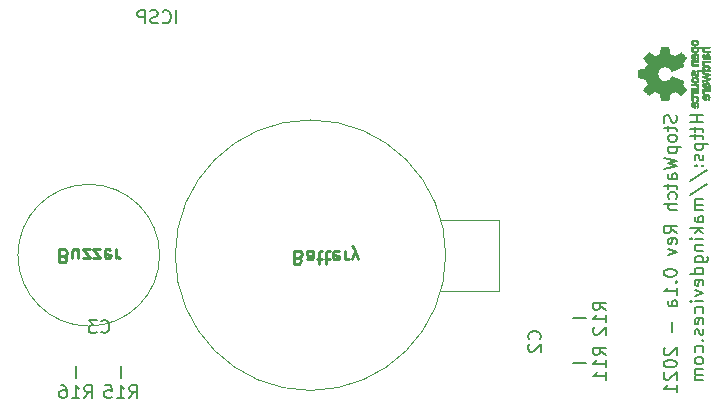
<source format=gbr>
%TF.GenerationSoftware,KiCad,Pcbnew,(5.1.10)-1*%
%TF.CreationDate,2021-07-06T17:58:10+02:00*%
%TF.ProjectId,StopWatch,53746f70-5761-4746-9368-2e6b69636164,rev?*%
%TF.SameCoordinates,Original*%
%TF.FileFunction,Legend,Bot*%
%TF.FilePolarity,Positive*%
%FSLAX46Y46*%
G04 Gerber Fmt 4.6, Leading zero omitted, Abs format (unit mm)*
G04 Created by KiCad (PCBNEW (5.1.10)-1) date 2021-07-06 17:58:10*
%MOMM*%
%LPD*%
G01*
G04 APERTURE LIST*
%ADD10C,0.200000*%
%ADD11C,0.275000*%
%ADD12C,0.300000*%
%ADD13C,0.010000*%
%ADD14C,0.100000*%
%ADD15C,1.500000*%
%ADD16R,1.500000X1.500000*%
%ADD17C,1.850000*%
%ADD18C,1.950000*%
%ADD19R,1.000000X1.400000*%
%ADD20R,1.400000X1.000000*%
%ADD21C,1.300000*%
%ADD22C,1.725000*%
%ADD23R,1.725000X1.725000*%
%ADD24R,1.050000X1.470000*%
%ADD25R,1.470000X1.050000*%
G04 APERTURE END LIST*
D10*
X89997619Y-47514285D02*
X88897619Y-47514285D01*
X89421428Y-47514285D02*
X89421428Y-48142857D01*
X89997619Y-48142857D02*
X88897619Y-48142857D01*
X89264285Y-48509523D02*
X89264285Y-48928571D01*
X88897619Y-48666666D02*
X89840476Y-48666666D01*
X89945238Y-48719047D01*
X89997619Y-48823809D01*
X89997619Y-48928571D01*
X89264285Y-49138095D02*
X89264285Y-49557142D01*
X88897619Y-49295238D02*
X89840476Y-49295238D01*
X89945238Y-49347619D01*
X89997619Y-49452380D01*
X89997619Y-49557142D01*
X89264285Y-49923809D02*
X90364285Y-49923809D01*
X89316666Y-49923809D02*
X89264285Y-50028571D01*
X89264285Y-50238095D01*
X89316666Y-50342857D01*
X89369047Y-50395238D01*
X89473809Y-50447619D01*
X89788095Y-50447619D01*
X89892857Y-50395238D01*
X89945238Y-50342857D01*
X89997619Y-50238095D01*
X89997619Y-50028571D01*
X89945238Y-49923809D01*
X89945238Y-50866666D02*
X89997619Y-50971428D01*
X89997619Y-51180952D01*
X89945238Y-51285714D01*
X89840476Y-51338095D01*
X89788095Y-51338095D01*
X89683333Y-51285714D01*
X89630952Y-51180952D01*
X89630952Y-51023809D01*
X89578571Y-50919047D01*
X89473809Y-50866666D01*
X89421428Y-50866666D01*
X89316666Y-50919047D01*
X89264285Y-51023809D01*
X89264285Y-51180952D01*
X89316666Y-51285714D01*
X89892857Y-51809523D02*
X89945238Y-51861904D01*
X89997619Y-51809523D01*
X89945238Y-51757142D01*
X89892857Y-51809523D01*
X89997619Y-51809523D01*
X89316666Y-51809523D02*
X89369047Y-51861904D01*
X89421428Y-51809523D01*
X89369047Y-51757142D01*
X89316666Y-51809523D01*
X89421428Y-51809523D01*
X88845238Y-53119047D02*
X90259523Y-52176190D01*
X88845238Y-54271428D02*
X90259523Y-53328571D01*
X89997619Y-54638095D02*
X89264285Y-54638095D01*
X89369047Y-54638095D02*
X89316666Y-54690476D01*
X89264285Y-54795238D01*
X89264285Y-54952380D01*
X89316666Y-55057142D01*
X89421428Y-55109523D01*
X89997619Y-55109523D01*
X89421428Y-55109523D02*
X89316666Y-55161904D01*
X89264285Y-55266666D01*
X89264285Y-55423809D01*
X89316666Y-55528571D01*
X89421428Y-55580952D01*
X89997619Y-55580952D01*
X89997619Y-56576190D02*
X89421428Y-56576190D01*
X89316666Y-56523809D01*
X89264285Y-56419047D01*
X89264285Y-56209523D01*
X89316666Y-56104761D01*
X89945238Y-56576190D02*
X89997619Y-56471428D01*
X89997619Y-56209523D01*
X89945238Y-56104761D01*
X89840476Y-56052380D01*
X89735714Y-56052380D01*
X89630952Y-56104761D01*
X89578571Y-56209523D01*
X89578571Y-56471428D01*
X89526190Y-56576190D01*
X89997619Y-57099999D02*
X88897619Y-57099999D01*
X89578571Y-57204761D02*
X89997619Y-57519047D01*
X89264285Y-57519047D02*
X89683333Y-57099999D01*
X89997619Y-57990476D02*
X89264285Y-57990476D01*
X88897619Y-57990476D02*
X88950000Y-57938095D01*
X89002380Y-57990476D01*
X88950000Y-58042857D01*
X88897619Y-57990476D01*
X89002380Y-57990476D01*
X89264285Y-58514285D02*
X89997619Y-58514285D01*
X89369047Y-58514285D02*
X89316666Y-58566666D01*
X89264285Y-58671428D01*
X89264285Y-58828571D01*
X89316666Y-58933333D01*
X89421428Y-58985714D01*
X89997619Y-58985714D01*
X89264285Y-59980952D02*
X90154761Y-59980952D01*
X90259523Y-59928571D01*
X90311904Y-59876190D01*
X90364285Y-59771428D01*
X90364285Y-59614285D01*
X90311904Y-59509523D01*
X89945238Y-59980952D02*
X89997619Y-59876190D01*
X89997619Y-59666666D01*
X89945238Y-59561904D01*
X89892857Y-59509523D01*
X89788095Y-59457142D01*
X89473809Y-59457142D01*
X89369047Y-59509523D01*
X89316666Y-59561904D01*
X89264285Y-59666666D01*
X89264285Y-59876190D01*
X89316666Y-59980952D01*
X89997619Y-60976190D02*
X88897619Y-60976190D01*
X89945238Y-60976190D02*
X89997619Y-60871428D01*
X89997619Y-60661904D01*
X89945238Y-60557142D01*
X89892857Y-60504761D01*
X89788095Y-60452380D01*
X89473809Y-60452380D01*
X89369047Y-60504761D01*
X89316666Y-60557142D01*
X89264285Y-60661904D01*
X89264285Y-60871428D01*
X89316666Y-60976190D01*
X89945238Y-61919047D02*
X89997619Y-61814285D01*
X89997619Y-61604761D01*
X89945238Y-61499999D01*
X89840476Y-61447619D01*
X89421428Y-61447619D01*
X89316666Y-61499999D01*
X89264285Y-61604761D01*
X89264285Y-61814285D01*
X89316666Y-61919047D01*
X89421428Y-61971428D01*
X89526190Y-61971428D01*
X89630952Y-61447619D01*
X89264285Y-62338095D02*
X89997619Y-62599999D01*
X89264285Y-62861904D01*
X89997619Y-63280952D02*
X89264285Y-63280952D01*
X88897619Y-63280952D02*
X88950000Y-63228571D01*
X89002380Y-63280952D01*
X88950000Y-63333333D01*
X88897619Y-63280952D01*
X89002380Y-63280952D01*
X89945238Y-64276190D02*
X89997619Y-64171428D01*
X89997619Y-63961904D01*
X89945238Y-63857142D01*
X89892857Y-63804761D01*
X89788095Y-63752380D01*
X89473809Y-63752380D01*
X89369047Y-63804761D01*
X89316666Y-63857142D01*
X89264285Y-63961904D01*
X89264285Y-64171428D01*
X89316666Y-64276190D01*
X89945238Y-65166666D02*
X89997619Y-65061904D01*
X89997619Y-64852380D01*
X89945238Y-64747619D01*
X89840476Y-64695238D01*
X89421428Y-64695238D01*
X89316666Y-64747619D01*
X89264285Y-64852380D01*
X89264285Y-65061904D01*
X89316666Y-65166666D01*
X89421428Y-65219047D01*
X89526190Y-65219047D01*
X89630952Y-64695238D01*
X89945238Y-65638095D02*
X89997619Y-65742857D01*
X89997619Y-65952380D01*
X89945238Y-66057142D01*
X89840476Y-66109523D01*
X89788095Y-66109523D01*
X89683333Y-66057142D01*
X89630952Y-65952380D01*
X89630952Y-65795238D01*
X89578571Y-65690476D01*
X89473809Y-65638095D01*
X89421428Y-65638095D01*
X89316666Y-65690476D01*
X89264285Y-65795238D01*
X89264285Y-65952380D01*
X89316666Y-66057142D01*
X89892857Y-66580952D02*
X89945238Y-66633333D01*
X89997619Y-66580952D01*
X89945238Y-66528571D01*
X89892857Y-66580952D01*
X89997619Y-66580952D01*
X89945238Y-67576190D02*
X89997619Y-67471428D01*
X89997619Y-67261904D01*
X89945238Y-67157142D01*
X89892857Y-67104761D01*
X89788095Y-67052380D01*
X89473809Y-67052380D01*
X89369047Y-67104761D01*
X89316666Y-67157142D01*
X89264285Y-67261904D01*
X89264285Y-67471428D01*
X89316666Y-67576190D01*
X89997619Y-68204761D02*
X89945238Y-68099999D01*
X89892857Y-68047619D01*
X89788095Y-67995238D01*
X89473809Y-67995238D01*
X89369047Y-68047619D01*
X89316666Y-68099999D01*
X89264285Y-68204761D01*
X89264285Y-68361904D01*
X89316666Y-68466666D01*
X89369047Y-68519047D01*
X89473809Y-68571428D01*
X89788095Y-68571428D01*
X89892857Y-68519047D01*
X89945238Y-68466666D01*
X89997619Y-68361904D01*
X89997619Y-68204761D01*
X89997619Y-69042857D02*
X89264285Y-69042857D01*
X89369047Y-69042857D02*
X89316666Y-69095238D01*
X89264285Y-69199999D01*
X89264285Y-69357142D01*
X89316666Y-69461904D01*
X89421428Y-69514285D01*
X89997619Y-69514285D01*
X89421428Y-69514285D02*
X89316666Y-69566666D01*
X89264285Y-69671428D01*
X89264285Y-69828571D01*
X89316666Y-69933333D01*
X89421428Y-69985714D01*
X89997619Y-69985714D01*
X87695238Y-47516666D02*
X87747619Y-47673809D01*
X87747619Y-47935714D01*
X87695238Y-48040476D01*
X87642857Y-48092857D01*
X87538095Y-48145238D01*
X87433333Y-48145238D01*
X87328571Y-48092857D01*
X87276190Y-48040476D01*
X87223809Y-47935714D01*
X87171428Y-47726190D01*
X87119047Y-47621428D01*
X87066666Y-47569047D01*
X86961904Y-47516666D01*
X86857142Y-47516666D01*
X86752380Y-47569047D01*
X86700000Y-47621428D01*
X86647619Y-47726190D01*
X86647619Y-47988095D01*
X86700000Y-48145238D01*
X87014285Y-48459523D02*
X87014285Y-48878571D01*
X86647619Y-48616666D02*
X87590476Y-48616666D01*
X87695238Y-48669047D01*
X87747619Y-48773809D01*
X87747619Y-48878571D01*
X87747619Y-49402380D02*
X87695238Y-49297619D01*
X87642857Y-49245238D01*
X87538095Y-49192857D01*
X87223809Y-49192857D01*
X87119047Y-49245238D01*
X87066666Y-49297619D01*
X87014285Y-49402380D01*
X87014285Y-49559523D01*
X87066666Y-49664285D01*
X87119047Y-49716666D01*
X87223809Y-49769047D01*
X87538095Y-49769047D01*
X87642857Y-49716666D01*
X87695238Y-49664285D01*
X87747619Y-49559523D01*
X87747619Y-49402380D01*
X87014285Y-50240476D02*
X88114285Y-50240476D01*
X87066666Y-50240476D02*
X87014285Y-50345238D01*
X87014285Y-50554761D01*
X87066666Y-50659523D01*
X87119047Y-50711904D01*
X87223809Y-50764285D01*
X87538095Y-50764285D01*
X87642857Y-50711904D01*
X87695238Y-50659523D01*
X87747619Y-50554761D01*
X87747619Y-50345238D01*
X87695238Y-50240476D01*
X86647619Y-51130952D02*
X87747619Y-51392857D01*
X86961904Y-51602380D01*
X87747619Y-51811904D01*
X86647619Y-52073809D01*
X87747619Y-52964285D02*
X87171428Y-52964285D01*
X87066666Y-52911904D01*
X87014285Y-52807142D01*
X87014285Y-52597619D01*
X87066666Y-52492857D01*
X87695238Y-52964285D02*
X87747619Y-52859523D01*
X87747619Y-52597619D01*
X87695238Y-52492857D01*
X87590476Y-52440476D01*
X87485714Y-52440476D01*
X87380952Y-52492857D01*
X87328571Y-52597619D01*
X87328571Y-52859523D01*
X87276190Y-52964285D01*
X87014285Y-53330952D02*
X87014285Y-53750000D01*
X86647619Y-53488095D02*
X87590476Y-53488095D01*
X87695238Y-53540476D01*
X87747619Y-53645238D01*
X87747619Y-53750000D01*
X87695238Y-54588095D02*
X87747619Y-54483333D01*
X87747619Y-54273809D01*
X87695238Y-54169047D01*
X87642857Y-54116666D01*
X87538095Y-54064285D01*
X87223809Y-54064285D01*
X87119047Y-54116666D01*
X87066666Y-54169047D01*
X87014285Y-54273809D01*
X87014285Y-54483333D01*
X87066666Y-54588095D01*
X87747619Y-55059523D02*
X86647619Y-55059523D01*
X87747619Y-55530952D02*
X87171428Y-55530952D01*
X87066666Y-55478571D01*
X87014285Y-55373809D01*
X87014285Y-55216666D01*
X87066666Y-55111904D01*
X87119047Y-55059523D01*
X87747619Y-57521428D02*
X87223809Y-57154761D01*
X87747619Y-56892857D02*
X86647619Y-56892857D01*
X86647619Y-57311904D01*
X86700000Y-57416666D01*
X86752380Y-57469047D01*
X86857142Y-57521428D01*
X87014285Y-57521428D01*
X87119047Y-57469047D01*
X87171428Y-57416666D01*
X87223809Y-57311904D01*
X87223809Y-56892857D01*
X87695238Y-58411904D02*
X87747619Y-58307142D01*
X87747619Y-58097619D01*
X87695238Y-57992857D01*
X87590476Y-57940476D01*
X87171428Y-57940476D01*
X87066666Y-57992857D01*
X87014285Y-58097619D01*
X87014285Y-58307142D01*
X87066666Y-58411904D01*
X87171428Y-58464285D01*
X87276190Y-58464285D01*
X87380952Y-57940476D01*
X87014285Y-58830952D02*
X87747619Y-59092857D01*
X87014285Y-59354761D01*
X86647619Y-60821428D02*
X86647619Y-60926190D01*
X86700000Y-61030952D01*
X86752380Y-61083333D01*
X86857142Y-61135714D01*
X87066666Y-61188095D01*
X87328571Y-61188095D01*
X87538095Y-61135714D01*
X87642857Y-61083333D01*
X87695238Y-61030952D01*
X87747619Y-60926190D01*
X87747619Y-60821428D01*
X87695238Y-60716666D01*
X87642857Y-60664285D01*
X87538095Y-60611904D01*
X87328571Y-60559523D01*
X87066666Y-60559523D01*
X86857142Y-60611904D01*
X86752380Y-60664285D01*
X86700000Y-60716666D01*
X86647619Y-60821428D01*
X87642857Y-61659523D02*
X87695238Y-61711904D01*
X87747619Y-61659523D01*
X87695238Y-61607142D01*
X87642857Y-61659523D01*
X87747619Y-61659523D01*
X87747619Y-62759523D02*
X87747619Y-62130952D01*
X87747619Y-62445238D02*
X86647619Y-62445238D01*
X86804761Y-62340476D01*
X86909523Y-62235714D01*
X86961904Y-62130952D01*
X87747619Y-63702380D02*
X87171428Y-63702380D01*
X87066666Y-63650000D01*
X87014285Y-63545238D01*
X87014285Y-63335714D01*
X87066666Y-63230952D01*
X87695238Y-63702380D02*
X87747619Y-63597619D01*
X87747619Y-63335714D01*
X87695238Y-63230952D01*
X87590476Y-63178571D01*
X87485714Y-63178571D01*
X87380952Y-63230952D01*
X87328571Y-63335714D01*
X87328571Y-63597619D01*
X87276190Y-63702380D01*
X87328571Y-65064285D02*
X87328571Y-65902380D01*
X86752380Y-67211904D02*
X86700000Y-67264285D01*
X86647619Y-67369047D01*
X86647619Y-67630952D01*
X86700000Y-67735714D01*
X86752380Y-67788095D01*
X86857142Y-67840476D01*
X86961904Y-67840476D01*
X87119047Y-67788095D01*
X87747619Y-67159523D01*
X87747619Y-67840476D01*
X86647619Y-68521428D02*
X86647619Y-68626190D01*
X86700000Y-68730952D01*
X86752380Y-68783333D01*
X86857142Y-68835714D01*
X87066666Y-68888095D01*
X87328571Y-68888095D01*
X87538095Y-68835714D01*
X87642857Y-68783333D01*
X87695238Y-68730952D01*
X87747619Y-68626190D01*
X87747619Y-68521428D01*
X87695238Y-68416666D01*
X87642857Y-68364285D01*
X87538095Y-68311904D01*
X87328571Y-68259523D01*
X87066666Y-68259523D01*
X86857142Y-68311904D01*
X86752380Y-68364285D01*
X86700000Y-68416666D01*
X86647619Y-68521428D01*
X86752380Y-69307142D02*
X86700000Y-69359523D01*
X86647619Y-69464285D01*
X86647619Y-69726190D01*
X86700000Y-69830952D01*
X86752380Y-69883333D01*
X86857142Y-69935714D01*
X86961904Y-69935714D01*
X87119047Y-69883333D01*
X87747619Y-69254761D01*
X87747619Y-69935714D01*
X87747619Y-70983333D02*
X87747619Y-70354761D01*
X87747619Y-70669047D02*
X86647619Y-70669047D01*
X86804761Y-70564285D01*
X86909523Y-70459523D01*
X86961904Y-70354761D01*
X45373809Y-39747619D02*
X45373809Y-38647619D01*
X44221428Y-39642857D02*
X44273809Y-39695238D01*
X44430952Y-39747619D01*
X44535714Y-39747619D01*
X44692857Y-39695238D01*
X44797619Y-39590476D01*
X44850000Y-39485714D01*
X44902380Y-39276190D01*
X44902380Y-39119047D01*
X44850000Y-38909523D01*
X44797619Y-38804761D01*
X44692857Y-38700000D01*
X44535714Y-38647619D01*
X44430952Y-38647619D01*
X44273809Y-38700000D01*
X44221428Y-38752380D01*
X43802380Y-39695238D02*
X43645238Y-39747619D01*
X43383333Y-39747619D01*
X43278571Y-39695238D01*
X43226190Y-39642857D01*
X43173809Y-39538095D01*
X43173809Y-39433333D01*
X43226190Y-39328571D01*
X43278571Y-39276190D01*
X43383333Y-39223809D01*
X43592857Y-39171428D01*
X43697619Y-39119047D01*
X43750000Y-39066666D01*
X43802380Y-38961904D01*
X43802380Y-38857142D01*
X43750000Y-38752380D01*
X43697619Y-38700000D01*
X43592857Y-38647619D01*
X43330952Y-38647619D01*
X43173809Y-38700000D01*
X42702380Y-39747619D02*
X42702380Y-38647619D01*
X42283333Y-38647619D01*
X42178571Y-38700000D01*
X42126190Y-38752380D01*
X42073809Y-38857142D01*
X42073809Y-39014285D01*
X42126190Y-39119047D01*
X42178571Y-39171428D01*
X42283333Y-39223809D01*
X42702380Y-39223809D01*
D11*
X55721428Y-59578571D02*
X55878571Y-59526190D01*
X55930952Y-59473809D01*
X55983333Y-59369047D01*
X55983333Y-59211904D01*
X55930952Y-59107142D01*
X55878571Y-59054761D01*
X55773809Y-59002380D01*
X55354761Y-59002380D01*
X55354761Y-60102380D01*
X55721428Y-60102380D01*
X55826190Y-60050000D01*
X55878571Y-59997619D01*
X55930952Y-59892857D01*
X55930952Y-59788095D01*
X55878571Y-59683333D01*
X55826190Y-59630952D01*
X55721428Y-59578571D01*
X55354761Y-59578571D01*
X56926190Y-59002380D02*
X56926190Y-59578571D01*
X56873809Y-59683333D01*
X56769047Y-59735714D01*
X56559523Y-59735714D01*
X56454761Y-59683333D01*
X56926190Y-59054761D02*
X56821428Y-59002380D01*
X56559523Y-59002380D01*
X56454761Y-59054761D01*
X56402380Y-59159523D01*
X56402380Y-59264285D01*
X56454761Y-59369047D01*
X56559523Y-59421428D01*
X56821428Y-59421428D01*
X56926190Y-59473809D01*
X57292857Y-59735714D02*
X57711904Y-59735714D01*
X57450000Y-60102380D02*
X57450000Y-59159523D01*
X57502380Y-59054761D01*
X57607142Y-59002380D01*
X57711904Y-59002380D01*
X57921428Y-59735714D02*
X58340476Y-59735714D01*
X58078571Y-60102380D02*
X58078571Y-59159523D01*
X58130952Y-59054761D01*
X58235714Y-59002380D01*
X58340476Y-59002380D01*
X59126190Y-59054761D02*
X59021428Y-59002380D01*
X58811904Y-59002380D01*
X58707142Y-59054761D01*
X58654761Y-59159523D01*
X58654761Y-59578571D01*
X58707142Y-59683333D01*
X58811904Y-59735714D01*
X59021428Y-59735714D01*
X59126190Y-59683333D01*
X59178571Y-59578571D01*
X59178571Y-59473809D01*
X58654761Y-59369047D01*
X59650000Y-59002380D02*
X59650000Y-59735714D01*
X59650000Y-59526190D02*
X59702380Y-59630952D01*
X59754761Y-59683333D01*
X59859523Y-59735714D01*
X59964285Y-59735714D01*
X60226190Y-59735714D02*
X60488095Y-59002380D01*
X60750000Y-59735714D02*
X60488095Y-59002380D01*
X60383333Y-58740476D01*
X60330952Y-58688095D01*
X60226190Y-58635714D01*
D12*
D11*
X35836171Y-59457231D02*
X35993314Y-59404850D01*
X36045695Y-59352469D01*
X36098076Y-59247707D01*
X36098076Y-59090564D01*
X36045695Y-58985802D01*
X35993314Y-58933421D01*
X35888552Y-58881040D01*
X35469504Y-58881040D01*
X35469504Y-59981040D01*
X35836171Y-59981040D01*
X35940933Y-59928660D01*
X35993314Y-59876279D01*
X36045695Y-59771517D01*
X36045695Y-59666755D01*
X35993314Y-59561993D01*
X35940933Y-59509612D01*
X35836171Y-59457231D01*
X35469504Y-59457231D01*
X37040933Y-59614374D02*
X37040933Y-58881040D01*
X36569504Y-59614374D02*
X36569504Y-59038183D01*
X36621885Y-58933421D01*
X36726647Y-58881040D01*
X36883790Y-58881040D01*
X36988552Y-58933421D01*
X37040933Y-58985802D01*
X37459980Y-59614374D02*
X38036171Y-59614374D01*
X37459980Y-58881040D01*
X38036171Y-58881040D01*
X38350457Y-59614374D02*
X38926647Y-59614374D01*
X38350457Y-58881040D01*
X38926647Y-58881040D01*
X39764742Y-58933421D02*
X39659980Y-58881040D01*
X39450457Y-58881040D01*
X39345695Y-58933421D01*
X39293314Y-59038183D01*
X39293314Y-59457231D01*
X39345695Y-59561993D01*
X39450457Y-59614374D01*
X39659980Y-59614374D01*
X39764742Y-59561993D01*
X39817123Y-59457231D01*
X39817123Y-59352469D01*
X39293314Y-59247707D01*
X40288552Y-58881040D02*
X40288552Y-59614374D01*
X40288552Y-59404850D02*
X40340933Y-59509612D01*
X40393314Y-59561993D01*
X40498076Y-59614374D01*
X40602838Y-59614374D01*
D12*
D13*
%TO.C,REF\u002A\u002A*%
G36*
X84790018Y-44376964D02*
G01*
X85091570Y-44433812D01*
X85264512Y-44853338D01*
X85093395Y-45104984D01*
X85045750Y-45175458D01*
X85003210Y-45239163D01*
X84967715Y-45293126D01*
X84941210Y-45334373D01*
X84925636Y-45359934D01*
X84922278Y-45366895D01*
X84930914Y-45379435D01*
X84954792Y-45406231D01*
X84990859Y-45444280D01*
X85036067Y-45490579D01*
X85087364Y-45542123D01*
X85141701Y-45595909D01*
X85196028Y-45648935D01*
X85247295Y-45698195D01*
X85292451Y-45740687D01*
X85328446Y-45773407D01*
X85352230Y-45793351D01*
X85360190Y-45798119D01*
X85374865Y-45791257D01*
X85407014Y-45772020D01*
X85453492Y-45742430D01*
X85511156Y-45704510D01*
X85576860Y-45660282D01*
X85614336Y-45634654D01*
X85682768Y-45587941D01*
X85744520Y-45546432D01*
X85796519Y-45512140D01*
X85835692Y-45487080D01*
X85858965Y-45473264D01*
X85863855Y-45471188D01*
X85877755Y-45475895D01*
X85910150Y-45488723D01*
X85956485Y-45507738D01*
X86012206Y-45531003D01*
X86072758Y-45556584D01*
X86133586Y-45582545D01*
X86190136Y-45606950D01*
X86237852Y-45627863D01*
X86272181Y-45643349D01*
X86288568Y-45651472D01*
X86289212Y-45651952D01*
X86292341Y-45664707D01*
X86299321Y-45698677D01*
X86309467Y-45750340D01*
X86322092Y-45816176D01*
X86336509Y-45892664D01*
X86344823Y-45937290D01*
X86360384Y-46019021D01*
X86375192Y-46092843D01*
X86388436Y-46155021D01*
X86399305Y-46201822D01*
X86406989Y-46229509D01*
X86409427Y-46235074D01*
X86425930Y-46240526D01*
X86463200Y-46244924D01*
X86516880Y-46248272D01*
X86582612Y-46250574D01*
X86656037Y-46251832D01*
X86732796Y-46252048D01*
X86808532Y-46251227D01*
X86878886Y-46249371D01*
X86939500Y-46246482D01*
X86986016Y-46242565D01*
X87014075Y-46237622D01*
X87019916Y-46234657D01*
X87026917Y-46216934D01*
X87036927Y-46179381D01*
X87048769Y-46126964D01*
X87061267Y-46064652D01*
X87065310Y-46042900D01*
X87084520Y-45938024D01*
X87099991Y-45855180D01*
X87112337Y-45791630D01*
X87122173Y-45744637D01*
X87130114Y-45711463D01*
X87136776Y-45689371D01*
X87142773Y-45675624D01*
X87148719Y-45667484D01*
X87149894Y-45666345D01*
X87168826Y-45654977D01*
X87205669Y-45637635D01*
X87255913Y-45616050D01*
X87315046Y-45591954D01*
X87378556Y-45567079D01*
X87441932Y-45543157D01*
X87500662Y-45521919D01*
X87550235Y-45505097D01*
X87586139Y-45494422D01*
X87603862Y-45491627D01*
X87604483Y-45491860D01*
X87618970Y-45501331D01*
X87650844Y-45522818D01*
X87696789Y-45554063D01*
X87753485Y-45592807D01*
X87817617Y-45636793D01*
X87835842Y-45649319D01*
X87901914Y-45693984D01*
X87962200Y-45733288D01*
X88013235Y-45765088D01*
X88051560Y-45787245D01*
X88073711Y-45797617D01*
X88076432Y-45798119D01*
X88090736Y-45789405D01*
X88119072Y-45765325D01*
X88158396Y-45728976D01*
X88205661Y-45683453D01*
X88257823Y-45631852D01*
X88311835Y-45577267D01*
X88364653Y-45522794D01*
X88413231Y-45471529D01*
X88454523Y-45426567D01*
X88485485Y-45391004D01*
X88503070Y-45367935D01*
X88505941Y-45361554D01*
X88499178Y-45346699D01*
X88480939Y-45316286D01*
X88454297Y-45275268D01*
X88432852Y-45243709D01*
X88393503Y-45186525D01*
X88347171Y-45118806D01*
X88300913Y-45050880D01*
X88276155Y-45014361D01*
X88192547Y-44890752D01*
X88248650Y-44786991D01*
X88273228Y-44739720D01*
X88292331Y-44699523D01*
X88303227Y-44672326D01*
X88304743Y-44665402D01*
X88293549Y-44657077D01*
X88261917Y-44640654D01*
X88212765Y-44617357D01*
X88149010Y-44588414D01*
X88073571Y-44555050D01*
X87989364Y-44518491D01*
X87899308Y-44479964D01*
X87806321Y-44440694D01*
X87713320Y-44401908D01*
X87623223Y-44364830D01*
X87538948Y-44330689D01*
X87463413Y-44300708D01*
X87399534Y-44276116D01*
X87350231Y-44258136D01*
X87318421Y-44247997D01*
X87307496Y-44246366D01*
X87293561Y-44259291D01*
X87270940Y-44287589D01*
X87244333Y-44325346D01*
X87242228Y-44328515D01*
X87164114Y-44426100D01*
X87072982Y-44504786D01*
X86971745Y-44563891D01*
X86863318Y-44602732D01*
X86750614Y-44620628D01*
X86636548Y-44616897D01*
X86524034Y-44590857D01*
X86415985Y-44541825D01*
X86392345Y-44527400D01*
X86296887Y-44452369D01*
X86220232Y-44363730D01*
X86162780Y-44264549D01*
X86124929Y-44157895D01*
X86107078Y-44046836D01*
X86109625Y-43934439D01*
X86132970Y-43823773D01*
X86177510Y-43717906D01*
X86243645Y-43619905D01*
X86270487Y-43589590D01*
X86354512Y-43512438D01*
X86442966Y-43456218D01*
X86542115Y-43417653D01*
X86640303Y-43396174D01*
X86750697Y-43390872D01*
X86861640Y-43408552D01*
X86969381Y-43447419D01*
X87070169Y-43505677D01*
X87160256Y-43581531D01*
X87235892Y-43673183D01*
X87243864Y-43685228D01*
X87269974Y-43723389D01*
X87292595Y-43752399D01*
X87307039Y-43766268D01*
X87307496Y-43766469D01*
X87323121Y-43763492D01*
X87358582Y-43751689D01*
X87410962Y-43732286D01*
X87477345Y-43706512D01*
X87554814Y-43675591D01*
X87640450Y-43640751D01*
X87731337Y-43603217D01*
X87824559Y-43564217D01*
X87917197Y-43524977D01*
X88006335Y-43486724D01*
X88089055Y-43450683D01*
X88162441Y-43418083D01*
X88223575Y-43390148D01*
X88269541Y-43368105D01*
X88297421Y-43353182D01*
X88304743Y-43347172D01*
X88299041Y-43328809D01*
X88283749Y-43294448D01*
X88261599Y-43250016D01*
X88248650Y-43225583D01*
X88192547Y-43121822D01*
X88276155Y-42998213D01*
X88318987Y-42935114D01*
X88366122Y-42866030D01*
X88410503Y-42801293D01*
X88432852Y-42768866D01*
X88463477Y-42723259D01*
X88487747Y-42684640D01*
X88502587Y-42658048D01*
X88505724Y-42649410D01*
X88497261Y-42636839D01*
X88473636Y-42609016D01*
X88437302Y-42568639D01*
X88390711Y-42518405D01*
X88336317Y-42461012D01*
X88301392Y-42424714D01*
X88238996Y-42361210D01*
X88183188Y-42306327D01*
X88136354Y-42262286D01*
X88100882Y-42231305D01*
X88079161Y-42215602D01*
X88074752Y-42214095D01*
X88057985Y-42221086D01*
X88024082Y-42240406D01*
X87976476Y-42269909D01*
X87918599Y-42307455D01*
X87853884Y-42350900D01*
X87835842Y-42363255D01*
X87770267Y-42408273D01*
X87711228Y-42448660D01*
X87662042Y-42482160D01*
X87626028Y-42506514D01*
X87606502Y-42519464D01*
X87604483Y-42520715D01*
X87588922Y-42518844D01*
X87554709Y-42508913D01*
X87506355Y-42492653D01*
X87448371Y-42471795D01*
X87385270Y-42448073D01*
X87321563Y-42423216D01*
X87261761Y-42398958D01*
X87210376Y-42377029D01*
X87171919Y-42359162D01*
X87150902Y-42347087D01*
X87149894Y-42346229D01*
X87143888Y-42338846D01*
X87137948Y-42326375D01*
X87131460Y-42306080D01*
X87123809Y-42275222D01*
X87114380Y-42231066D01*
X87102559Y-42170874D01*
X87087729Y-42091907D01*
X87069277Y-41991430D01*
X87065310Y-41969675D01*
X87052853Y-41905198D01*
X87040666Y-41848989D01*
X87029926Y-41806013D01*
X87021809Y-41781240D01*
X87019916Y-41777918D01*
X87003138Y-41772444D01*
X86965645Y-41767994D01*
X86911794Y-41764572D01*
X86845944Y-41762181D01*
X86772453Y-41760823D01*
X86695680Y-41760501D01*
X86619983Y-41761219D01*
X86549720Y-41762979D01*
X86489250Y-41765784D01*
X86442930Y-41769638D01*
X86415119Y-41774543D01*
X86409427Y-41777500D01*
X86403686Y-41793963D01*
X86394345Y-41831449D01*
X86382215Y-41886225D01*
X86368107Y-41954555D01*
X86352830Y-42032706D01*
X86344823Y-42075284D01*
X86329721Y-42156071D01*
X86316040Y-42228113D01*
X86304467Y-42287889D01*
X86295687Y-42331879D01*
X86290387Y-42356561D01*
X86289212Y-42360623D01*
X86275965Y-42367489D01*
X86244057Y-42382002D01*
X86198047Y-42402229D01*
X86142492Y-42426234D01*
X86081953Y-42452082D01*
X86020986Y-42477840D01*
X85964151Y-42501573D01*
X85916006Y-42521346D01*
X85881110Y-42535224D01*
X85864021Y-42541274D01*
X85863274Y-42541386D01*
X85849793Y-42534528D01*
X85818770Y-42515302D01*
X85773289Y-42485728D01*
X85716432Y-42447827D01*
X85651283Y-42403620D01*
X85613862Y-42377921D01*
X85545247Y-42331093D01*
X85482952Y-42289501D01*
X85430129Y-42255175D01*
X85389927Y-42230143D01*
X85365500Y-42216435D01*
X85360024Y-42214456D01*
X85347278Y-42222966D01*
X85320063Y-42246493D01*
X85281428Y-42282032D01*
X85234423Y-42326577D01*
X85182095Y-42377123D01*
X85127495Y-42430664D01*
X85073670Y-42484195D01*
X85023670Y-42534711D01*
X84980543Y-42579206D01*
X84947339Y-42614675D01*
X84927106Y-42638113D01*
X84922278Y-42645954D01*
X84929067Y-42658720D01*
X84948142Y-42689256D01*
X84977561Y-42734590D01*
X85015381Y-42791756D01*
X85059661Y-42857784D01*
X85093395Y-42907590D01*
X85264512Y-43159236D01*
X85178041Y-43368999D01*
X85091570Y-43578763D01*
X84790018Y-43635611D01*
X84488466Y-43692460D01*
X84488466Y-44320115D01*
X84790018Y-44376964D01*
G37*
X84790018Y-44376964D02*
X85091570Y-44433812D01*
X85264512Y-44853338D01*
X85093395Y-45104984D01*
X85045750Y-45175458D01*
X85003210Y-45239163D01*
X84967715Y-45293126D01*
X84941210Y-45334373D01*
X84925636Y-45359934D01*
X84922278Y-45366895D01*
X84930914Y-45379435D01*
X84954792Y-45406231D01*
X84990859Y-45444280D01*
X85036067Y-45490579D01*
X85087364Y-45542123D01*
X85141701Y-45595909D01*
X85196028Y-45648935D01*
X85247295Y-45698195D01*
X85292451Y-45740687D01*
X85328446Y-45773407D01*
X85352230Y-45793351D01*
X85360190Y-45798119D01*
X85374865Y-45791257D01*
X85407014Y-45772020D01*
X85453492Y-45742430D01*
X85511156Y-45704510D01*
X85576860Y-45660282D01*
X85614336Y-45634654D01*
X85682768Y-45587941D01*
X85744520Y-45546432D01*
X85796519Y-45512140D01*
X85835692Y-45487080D01*
X85858965Y-45473264D01*
X85863855Y-45471188D01*
X85877755Y-45475895D01*
X85910150Y-45488723D01*
X85956485Y-45507738D01*
X86012206Y-45531003D01*
X86072758Y-45556584D01*
X86133586Y-45582545D01*
X86190136Y-45606950D01*
X86237852Y-45627863D01*
X86272181Y-45643349D01*
X86288568Y-45651472D01*
X86289212Y-45651952D01*
X86292341Y-45664707D01*
X86299321Y-45698677D01*
X86309467Y-45750340D01*
X86322092Y-45816176D01*
X86336509Y-45892664D01*
X86344823Y-45937290D01*
X86360384Y-46019021D01*
X86375192Y-46092843D01*
X86388436Y-46155021D01*
X86399305Y-46201822D01*
X86406989Y-46229509D01*
X86409427Y-46235074D01*
X86425930Y-46240526D01*
X86463200Y-46244924D01*
X86516880Y-46248272D01*
X86582612Y-46250574D01*
X86656037Y-46251832D01*
X86732796Y-46252048D01*
X86808532Y-46251227D01*
X86878886Y-46249371D01*
X86939500Y-46246482D01*
X86986016Y-46242565D01*
X87014075Y-46237622D01*
X87019916Y-46234657D01*
X87026917Y-46216934D01*
X87036927Y-46179381D01*
X87048769Y-46126964D01*
X87061267Y-46064652D01*
X87065310Y-46042900D01*
X87084520Y-45938024D01*
X87099991Y-45855180D01*
X87112337Y-45791630D01*
X87122173Y-45744637D01*
X87130114Y-45711463D01*
X87136776Y-45689371D01*
X87142773Y-45675624D01*
X87148719Y-45667484D01*
X87149894Y-45666345D01*
X87168826Y-45654977D01*
X87205669Y-45637635D01*
X87255913Y-45616050D01*
X87315046Y-45591954D01*
X87378556Y-45567079D01*
X87441932Y-45543157D01*
X87500662Y-45521919D01*
X87550235Y-45505097D01*
X87586139Y-45494422D01*
X87603862Y-45491627D01*
X87604483Y-45491860D01*
X87618970Y-45501331D01*
X87650844Y-45522818D01*
X87696789Y-45554063D01*
X87753485Y-45592807D01*
X87817617Y-45636793D01*
X87835842Y-45649319D01*
X87901914Y-45693984D01*
X87962200Y-45733288D01*
X88013235Y-45765088D01*
X88051560Y-45787245D01*
X88073711Y-45797617D01*
X88076432Y-45798119D01*
X88090736Y-45789405D01*
X88119072Y-45765325D01*
X88158396Y-45728976D01*
X88205661Y-45683453D01*
X88257823Y-45631852D01*
X88311835Y-45577267D01*
X88364653Y-45522794D01*
X88413231Y-45471529D01*
X88454523Y-45426567D01*
X88485485Y-45391004D01*
X88503070Y-45367935D01*
X88505941Y-45361554D01*
X88499178Y-45346699D01*
X88480939Y-45316286D01*
X88454297Y-45275268D01*
X88432852Y-45243709D01*
X88393503Y-45186525D01*
X88347171Y-45118806D01*
X88300913Y-45050880D01*
X88276155Y-45014361D01*
X88192547Y-44890752D01*
X88248650Y-44786991D01*
X88273228Y-44739720D01*
X88292331Y-44699523D01*
X88303227Y-44672326D01*
X88304743Y-44665402D01*
X88293549Y-44657077D01*
X88261917Y-44640654D01*
X88212765Y-44617357D01*
X88149010Y-44588414D01*
X88073571Y-44555050D01*
X87989364Y-44518491D01*
X87899308Y-44479964D01*
X87806321Y-44440694D01*
X87713320Y-44401908D01*
X87623223Y-44364830D01*
X87538948Y-44330689D01*
X87463413Y-44300708D01*
X87399534Y-44276116D01*
X87350231Y-44258136D01*
X87318421Y-44247997D01*
X87307496Y-44246366D01*
X87293561Y-44259291D01*
X87270940Y-44287589D01*
X87244333Y-44325346D01*
X87242228Y-44328515D01*
X87164114Y-44426100D01*
X87072982Y-44504786D01*
X86971745Y-44563891D01*
X86863318Y-44602732D01*
X86750614Y-44620628D01*
X86636548Y-44616897D01*
X86524034Y-44590857D01*
X86415985Y-44541825D01*
X86392345Y-44527400D01*
X86296887Y-44452369D01*
X86220232Y-44363730D01*
X86162780Y-44264549D01*
X86124929Y-44157895D01*
X86107078Y-44046836D01*
X86109625Y-43934439D01*
X86132970Y-43823773D01*
X86177510Y-43717906D01*
X86243645Y-43619905D01*
X86270487Y-43589590D01*
X86354512Y-43512438D01*
X86442966Y-43456218D01*
X86542115Y-43417653D01*
X86640303Y-43396174D01*
X86750697Y-43390872D01*
X86861640Y-43408552D01*
X86969381Y-43447419D01*
X87070169Y-43505677D01*
X87160256Y-43581531D01*
X87235892Y-43673183D01*
X87243864Y-43685228D01*
X87269974Y-43723389D01*
X87292595Y-43752399D01*
X87307039Y-43766268D01*
X87307496Y-43766469D01*
X87323121Y-43763492D01*
X87358582Y-43751689D01*
X87410962Y-43732286D01*
X87477345Y-43706512D01*
X87554814Y-43675591D01*
X87640450Y-43640751D01*
X87731337Y-43603217D01*
X87824559Y-43564217D01*
X87917197Y-43524977D01*
X88006335Y-43486724D01*
X88089055Y-43450683D01*
X88162441Y-43418083D01*
X88223575Y-43390148D01*
X88269541Y-43368105D01*
X88297421Y-43353182D01*
X88304743Y-43347172D01*
X88299041Y-43328809D01*
X88283749Y-43294448D01*
X88261599Y-43250016D01*
X88248650Y-43225583D01*
X88192547Y-43121822D01*
X88276155Y-42998213D01*
X88318987Y-42935114D01*
X88366122Y-42866030D01*
X88410503Y-42801293D01*
X88432852Y-42768866D01*
X88463477Y-42723259D01*
X88487747Y-42684640D01*
X88502587Y-42658048D01*
X88505724Y-42649410D01*
X88497261Y-42636839D01*
X88473636Y-42609016D01*
X88437302Y-42568639D01*
X88390711Y-42518405D01*
X88336317Y-42461012D01*
X88301392Y-42424714D01*
X88238996Y-42361210D01*
X88183188Y-42306327D01*
X88136354Y-42262286D01*
X88100882Y-42231305D01*
X88079161Y-42215602D01*
X88074752Y-42214095D01*
X88057985Y-42221086D01*
X88024082Y-42240406D01*
X87976476Y-42269909D01*
X87918599Y-42307455D01*
X87853884Y-42350900D01*
X87835842Y-42363255D01*
X87770267Y-42408273D01*
X87711228Y-42448660D01*
X87662042Y-42482160D01*
X87626028Y-42506514D01*
X87606502Y-42519464D01*
X87604483Y-42520715D01*
X87588922Y-42518844D01*
X87554709Y-42508913D01*
X87506355Y-42492653D01*
X87448371Y-42471795D01*
X87385270Y-42448073D01*
X87321563Y-42423216D01*
X87261761Y-42398958D01*
X87210376Y-42377029D01*
X87171919Y-42359162D01*
X87150902Y-42347087D01*
X87149894Y-42346229D01*
X87143888Y-42338846D01*
X87137948Y-42326375D01*
X87131460Y-42306080D01*
X87123809Y-42275222D01*
X87114380Y-42231066D01*
X87102559Y-42170874D01*
X87087729Y-42091907D01*
X87069277Y-41991430D01*
X87065310Y-41969675D01*
X87052853Y-41905198D01*
X87040666Y-41848989D01*
X87029926Y-41806013D01*
X87021809Y-41781240D01*
X87019916Y-41777918D01*
X87003138Y-41772444D01*
X86965645Y-41767994D01*
X86911794Y-41764572D01*
X86845944Y-41762181D01*
X86772453Y-41760823D01*
X86695680Y-41760501D01*
X86619983Y-41761219D01*
X86549720Y-41762979D01*
X86489250Y-41765784D01*
X86442930Y-41769638D01*
X86415119Y-41774543D01*
X86409427Y-41777500D01*
X86403686Y-41793963D01*
X86394345Y-41831449D01*
X86382215Y-41886225D01*
X86368107Y-41954555D01*
X86352830Y-42032706D01*
X86344823Y-42075284D01*
X86329721Y-42156071D01*
X86316040Y-42228113D01*
X86304467Y-42287889D01*
X86295687Y-42331879D01*
X86290387Y-42356561D01*
X86289212Y-42360623D01*
X86275965Y-42367489D01*
X86244057Y-42382002D01*
X86198047Y-42402229D01*
X86142492Y-42426234D01*
X86081953Y-42452082D01*
X86020986Y-42477840D01*
X85964151Y-42501573D01*
X85916006Y-42521346D01*
X85881110Y-42535224D01*
X85864021Y-42541274D01*
X85863274Y-42541386D01*
X85849793Y-42534528D01*
X85818770Y-42515302D01*
X85773289Y-42485728D01*
X85716432Y-42447827D01*
X85651283Y-42403620D01*
X85613862Y-42377921D01*
X85545247Y-42331093D01*
X85482952Y-42289501D01*
X85430129Y-42255175D01*
X85389927Y-42230143D01*
X85365500Y-42216435D01*
X85360024Y-42214456D01*
X85347278Y-42222966D01*
X85320063Y-42246493D01*
X85281428Y-42282032D01*
X85234423Y-42326577D01*
X85182095Y-42377123D01*
X85127495Y-42430664D01*
X85073670Y-42484195D01*
X85023670Y-42534711D01*
X84980543Y-42579206D01*
X84947339Y-42614675D01*
X84927106Y-42638113D01*
X84922278Y-42645954D01*
X84929067Y-42658720D01*
X84948142Y-42689256D01*
X84977561Y-42734590D01*
X85015381Y-42791756D01*
X85059661Y-42857784D01*
X85093395Y-42907590D01*
X85264512Y-43159236D01*
X85178041Y-43368999D01*
X85091570Y-43578763D01*
X84790018Y-43635611D01*
X84488466Y-43692460D01*
X84488466Y-44320115D01*
X84790018Y-44376964D01*
G36*
X88958030Y-45799460D02*
G01*
X88971245Y-45842711D01*
X88987941Y-45870558D01*
X89001145Y-45879629D01*
X89016797Y-45877132D01*
X89041385Y-45860931D01*
X89058800Y-45847232D01*
X89090283Y-45818992D01*
X89103529Y-45797775D01*
X89102664Y-45779688D01*
X89089010Y-45726035D01*
X89089630Y-45686630D01*
X89105104Y-45654632D01*
X89114161Y-45643890D01*
X89146027Y-45609505D01*
X89562179Y-45609505D01*
X89562179Y-45471188D01*
X88958614Y-45471188D01*
X88958614Y-45540347D01*
X88960256Y-45581869D01*
X88966087Y-45603291D01*
X88977461Y-45609502D01*
X88977798Y-45609505D01*
X88989713Y-45612439D01*
X88988159Y-45625704D01*
X88979563Y-45644084D01*
X88963568Y-45682046D01*
X88953945Y-45712872D01*
X88951478Y-45752536D01*
X88958030Y-45799460D01*
G37*
X88958030Y-45799460D02*
X88971245Y-45842711D01*
X88987941Y-45870558D01*
X89001145Y-45879629D01*
X89016797Y-45877132D01*
X89041385Y-45860931D01*
X89058800Y-45847232D01*
X89090283Y-45818992D01*
X89103529Y-45797775D01*
X89102664Y-45779688D01*
X89089010Y-45726035D01*
X89089630Y-45686630D01*
X89105104Y-45654632D01*
X89114161Y-45643890D01*
X89146027Y-45609505D01*
X89562179Y-45609505D01*
X89562179Y-45471188D01*
X88958614Y-45471188D01*
X88958614Y-45540347D01*
X88960256Y-45581869D01*
X88966087Y-45603291D01*
X88977461Y-45609502D01*
X88977798Y-45609505D01*
X88989713Y-45612439D01*
X88988159Y-45625704D01*
X88979563Y-45644084D01*
X88963568Y-45682046D01*
X88953945Y-45712872D01*
X88951478Y-45752536D01*
X88958030Y-45799460D01*
G36*
X88969002Y-43245988D02*
G01*
X88983950Y-43277283D01*
X89005541Y-43307591D01*
X89030391Y-43330682D01*
X89062087Y-43347500D01*
X89104214Y-43358994D01*
X89160358Y-43366109D01*
X89234106Y-43369793D01*
X89329044Y-43370992D01*
X89338985Y-43371011D01*
X89562179Y-43371287D01*
X89562179Y-43232970D01*
X89356418Y-43232970D01*
X89280189Y-43232872D01*
X89224939Y-43232191D01*
X89186501Y-43230349D01*
X89160706Y-43226767D01*
X89143384Y-43220868D01*
X89130368Y-43212073D01*
X89117507Y-43199820D01*
X89089873Y-43156953D01*
X89084745Y-43110157D01*
X89102217Y-43065576D01*
X89115221Y-43050072D01*
X89127447Y-43038690D01*
X89140540Y-43030519D01*
X89158615Y-43025026D01*
X89185787Y-43021680D01*
X89226170Y-43019949D01*
X89283879Y-43019303D01*
X89354132Y-43019208D01*
X89562179Y-43019208D01*
X89562179Y-42880891D01*
X88958614Y-42880891D01*
X88958614Y-42950050D01*
X88960256Y-42991572D01*
X88966087Y-43012994D01*
X88977461Y-43019205D01*
X88977798Y-43019208D01*
X88988938Y-43022090D01*
X88987674Y-43034801D01*
X88975434Y-43060074D01*
X88957424Y-43117395D01*
X88955421Y-43182963D01*
X88969002Y-43245988D01*
G37*
X88969002Y-43245988D02*
X88983950Y-43277283D01*
X89005541Y-43307591D01*
X89030391Y-43330682D01*
X89062087Y-43347500D01*
X89104214Y-43358994D01*
X89160358Y-43366109D01*
X89234106Y-43369793D01*
X89329044Y-43370992D01*
X89338985Y-43371011D01*
X89562179Y-43371287D01*
X89562179Y-43232970D01*
X89356418Y-43232970D01*
X89280189Y-43232872D01*
X89224939Y-43232191D01*
X89186501Y-43230349D01*
X89160706Y-43226767D01*
X89143384Y-43220868D01*
X89130368Y-43212073D01*
X89117507Y-43199820D01*
X89089873Y-43156953D01*
X89084745Y-43110157D01*
X89102217Y-43065576D01*
X89115221Y-43050072D01*
X89127447Y-43038690D01*
X89140540Y-43030519D01*
X89158615Y-43025026D01*
X89185787Y-43021680D01*
X89226170Y-43019949D01*
X89283879Y-43019303D01*
X89354132Y-43019208D01*
X89562179Y-43019208D01*
X89562179Y-42880891D01*
X88958614Y-42880891D01*
X88958614Y-42950050D01*
X88960256Y-42991572D01*
X88966087Y-43012994D01*
X88977461Y-43019205D01*
X88977798Y-43019208D01*
X88988938Y-43022090D01*
X88987674Y-43034801D01*
X88975434Y-43060074D01*
X88957424Y-43117395D01*
X88955421Y-43182963D01*
X88969002Y-43245988D01*
G36*
X88956457Y-46677898D02*
G01*
X88964279Y-46710096D01*
X88992921Y-46771825D01*
X89036667Y-46824610D01*
X89089117Y-46861141D01*
X89100893Y-46866160D01*
X89131740Y-46873045D01*
X89177371Y-46877864D01*
X89223492Y-46879505D01*
X89310693Y-46879505D01*
X89310693Y-46697178D01*
X89310978Y-46621979D01*
X89312704Y-46569003D01*
X89317181Y-46535325D01*
X89325720Y-46518020D01*
X89339630Y-46514163D01*
X89360222Y-46520829D01*
X89384315Y-46532770D01*
X89424525Y-46566080D01*
X89444558Y-46612368D01*
X89443905Y-46668944D01*
X89422101Y-46733031D01*
X89395193Y-46788417D01*
X89431532Y-46834375D01*
X89467872Y-46880333D01*
X89507819Y-46837096D01*
X89545563Y-46779374D01*
X89568320Y-46708386D01*
X89574688Y-46632029D01*
X89563268Y-46558199D01*
X89559393Y-46546287D01*
X89525506Y-46481399D01*
X89474986Y-46433130D01*
X89406325Y-46400465D01*
X89318014Y-46382385D01*
X89316121Y-46382175D01*
X89219878Y-46380556D01*
X89185542Y-46387100D01*
X89185542Y-46514852D01*
X89190822Y-46526584D01*
X89194867Y-46558438D01*
X89197176Y-46605397D01*
X89197525Y-46635154D01*
X89197306Y-46690648D01*
X89195916Y-46725346D01*
X89192251Y-46743601D01*
X89185210Y-46749766D01*
X89173690Y-46748195D01*
X89169233Y-46746878D01*
X89127355Y-46724382D01*
X89093604Y-46689003D01*
X89078773Y-46657780D01*
X89079668Y-46616301D01*
X89098164Y-46574269D01*
X89128786Y-46539012D01*
X89166062Y-46517854D01*
X89185542Y-46514852D01*
X89185542Y-46387100D01*
X89135229Y-46396690D01*
X89064191Y-46428698D01*
X89008779Y-46474701D01*
X88971009Y-46532821D01*
X88952896Y-46601180D01*
X88956457Y-46677898D01*
G37*
X88956457Y-46677898D02*
X88964279Y-46710096D01*
X88992921Y-46771825D01*
X89036667Y-46824610D01*
X89089117Y-46861141D01*
X89100893Y-46866160D01*
X89131740Y-46873045D01*
X89177371Y-46877864D01*
X89223492Y-46879505D01*
X89310693Y-46879505D01*
X89310693Y-46697178D01*
X89310978Y-46621979D01*
X89312704Y-46569003D01*
X89317181Y-46535325D01*
X89325720Y-46518020D01*
X89339630Y-46514163D01*
X89360222Y-46520829D01*
X89384315Y-46532770D01*
X89424525Y-46566080D01*
X89444558Y-46612368D01*
X89443905Y-46668944D01*
X89422101Y-46733031D01*
X89395193Y-46788417D01*
X89431532Y-46834375D01*
X89467872Y-46880333D01*
X89507819Y-46837096D01*
X89545563Y-46779374D01*
X89568320Y-46708386D01*
X89574688Y-46632029D01*
X89563268Y-46558199D01*
X89559393Y-46546287D01*
X89525506Y-46481399D01*
X89474986Y-46433130D01*
X89406325Y-46400465D01*
X89318014Y-46382385D01*
X89316121Y-46382175D01*
X89219878Y-46380556D01*
X89185542Y-46387100D01*
X89185542Y-46514852D01*
X89190822Y-46526584D01*
X89194867Y-46558438D01*
X89197176Y-46605397D01*
X89197525Y-46635154D01*
X89197306Y-46690648D01*
X89195916Y-46725346D01*
X89192251Y-46743601D01*
X89185210Y-46749766D01*
X89173690Y-46748195D01*
X89169233Y-46746878D01*
X89127355Y-46724382D01*
X89093604Y-46689003D01*
X89078773Y-46657780D01*
X89079668Y-46616301D01*
X89098164Y-46574269D01*
X89128786Y-46539012D01*
X89166062Y-46517854D01*
X89185542Y-46514852D01*
X89185542Y-46387100D01*
X89135229Y-46396690D01*
X89064191Y-46428698D01*
X89008779Y-46474701D01*
X88971009Y-46532821D01*
X88952896Y-46601180D01*
X88956457Y-46677898D01*
G36*
X88963880Y-46217226D02*
G01*
X88994830Y-46290080D01*
X89009895Y-46313027D01*
X89033048Y-46342354D01*
X89051253Y-46360764D01*
X89057183Y-46363961D01*
X89070340Y-46354935D01*
X89092667Y-46331837D01*
X89108250Y-46313344D01*
X89148926Y-46262728D01*
X89115295Y-46222760D01*
X89093584Y-46191874D01*
X89086090Y-46161759D01*
X89087920Y-46127292D01*
X89101528Y-46072561D01*
X89129772Y-46034886D01*
X89175433Y-46011991D01*
X89241289Y-46001597D01*
X89241331Y-46001595D01*
X89314939Y-46002494D01*
X89368946Y-46016463D01*
X89405716Y-46044328D01*
X89418168Y-46063325D01*
X89433673Y-46113776D01*
X89433683Y-46167663D01*
X89418638Y-46214546D01*
X89411287Y-46225644D01*
X89392511Y-46253476D01*
X89389434Y-46275236D01*
X89403409Y-46298704D01*
X89428510Y-46324649D01*
X89470880Y-46365716D01*
X89508464Y-46320121D01*
X89550882Y-46249674D01*
X89571785Y-46170233D01*
X89570272Y-46087215D01*
X89556411Y-46032694D01*
X89522135Y-45968970D01*
X89468212Y-45918005D01*
X89430149Y-45894851D01*
X89375536Y-45876099D01*
X89306369Y-45866715D01*
X89231407Y-45866643D01*
X89159409Y-45875824D01*
X89099137Y-45894199D01*
X89092958Y-45897093D01*
X89032351Y-45939952D01*
X88988224Y-45997979D01*
X88961493Y-46066591D01*
X88953073Y-46141201D01*
X88963880Y-46217226D01*
G37*
X88963880Y-46217226D02*
X88994830Y-46290080D01*
X89009895Y-46313027D01*
X89033048Y-46342354D01*
X89051253Y-46360764D01*
X89057183Y-46363961D01*
X89070340Y-46354935D01*
X89092667Y-46331837D01*
X89108250Y-46313344D01*
X89148926Y-46262728D01*
X89115295Y-46222760D01*
X89093584Y-46191874D01*
X89086090Y-46161759D01*
X89087920Y-46127292D01*
X89101528Y-46072561D01*
X89129772Y-46034886D01*
X89175433Y-46011991D01*
X89241289Y-46001597D01*
X89241331Y-46001595D01*
X89314939Y-46002494D01*
X89368946Y-46016463D01*
X89405716Y-46044328D01*
X89418168Y-46063325D01*
X89433673Y-46113776D01*
X89433683Y-46167663D01*
X89418638Y-46214546D01*
X89411287Y-46225644D01*
X89392511Y-46253476D01*
X89389434Y-46275236D01*
X89403409Y-46298704D01*
X89428510Y-46324649D01*
X89470880Y-46365716D01*
X89508464Y-46320121D01*
X89550882Y-46249674D01*
X89571785Y-46170233D01*
X89570272Y-46087215D01*
X89556411Y-46032694D01*
X89522135Y-45968970D01*
X89468212Y-45918005D01*
X89430149Y-45894851D01*
X89375536Y-45876099D01*
X89306369Y-45866715D01*
X89231407Y-45866643D01*
X89159409Y-45875824D01*
X89099137Y-45894199D01*
X89092958Y-45897093D01*
X89032351Y-45939952D01*
X88988224Y-45997979D01*
X88961493Y-46066591D01*
X88953073Y-46141201D01*
X88963880Y-46217226D01*
G36*
X89154342Y-44993367D02*
G01*
X89246563Y-44994555D01*
X89316610Y-44998897D01*
X89367381Y-45007558D01*
X89401772Y-45021704D01*
X89422679Y-45042500D01*
X89433000Y-45071110D01*
X89435636Y-45106535D01*
X89432682Y-45143636D01*
X89421889Y-45171818D01*
X89400360Y-45192243D01*
X89365199Y-45206079D01*
X89313510Y-45214491D01*
X89242394Y-45218643D01*
X89154342Y-45219703D01*
X88958614Y-45219703D01*
X88958614Y-45358020D01*
X89562179Y-45358020D01*
X89562179Y-45288862D01*
X89560489Y-45247170D01*
X89554556Y-45225701D01*
X89543293Y-45219703D01*
X89533261Y-45216091D01*
X89535383Y-45201714D01*
X89549580Y-45172736D01*
X89571480Y-45106319D01*
X89569928Y-45035875D01*
X89546147Y-44968377D01*
X89527362Y-44936233D01*
X89507022Y-44911715D01*
X89481573Y-44893804D01*
X89447458Y-44881479D01*
X89401121Y-44873723D01*
X89339007Y-44869516D01*
X89257561Y-44867840D01*
X89194578Y-44867624D01*
X88958614Y-44867624D01*
X88958614Y-44993367D01*
X89154342Y-44993367D01*
G37*
X89154342Y-44993367D02*
X89246563Y-44994555D01*
X89316610Y-44998897D01*
X89367381Y-45007558D01*
X89401772Y-45021704D01*
X89422679Y-45042500D01*
X89433000Y-45071110D01*
X89435636Y-45106535D01*
X89432682Y-45143636D01*
X89421889Y-45171818D01*
X89400360Y-45192243D01*
X89365199Y-45206079D01*
X89313510Y-45214491D01*
X89242394Y-45218643D01*
X89154342Y-45219703D01*
X88958614Y-45219703D01*
X88958614Y-45358020D01*
X89562179Y-45358020D01*
X89562179Y-45288862D01*
X89560489Y-45247170D01*
X89554556Y-45225701D01*
X89543293Y-45219703D01*
X89533261Y-45216091D01*
X89535383Y-45201714D01*
X89549580Y-45172736D01*
X89571480Y-45106319D01*
X89569928Y-45035875D01*
X89546147Y-44968377D01*
X89527362Y-44936233D01*
X89507022Y-44911715D01*
X89481573Y-44893804D01*
X89447458Y-44881479D01*
X89401121Y-44873723D01*
X89339007Y-44869516D01*
X89257561Y-44867840D01*
X89194578Y-44867624D01*
X88958614Y-44867624D01*
X88958614Y-44993367D01*
X89154342Y-44993367D01*
G36*
X88966055Y-44610762D02*
G01*
X89000692Y-44674363D01*
X89055372Y-44724123D01*
X89099842Y-44747568D01*
X89139121Y-44757634D01*
X89195116Y-44764156D01*
X89259621Y-44766951D01*
X89324429Y-44765836D01*
X89381334Y-44760626D01*
X89411727Y-44754541D01*
X89453306Y-44734014D01*
X89497468Y-44698463D01*
X89536087Y-44655619D01*
X89561034Y-44613211D01*
X89561430Y-44612177D01*
X89572331Y-44559553D01*
X89572601Y-44497188D01*
X89562676Y-44437924D01*
X89554722Y-44415040D01*
X89521300Y-44356102D01*
X89477511Y-44313890D01*
X89419538Y-44286156D01*
X89343565Y-44270651D01*
X89303771Y-44267143D01*
X89253766Y-44267590D01*
X89253766Y-44402376D01*
X89326732Y-44406917D01*
X89382334Y-44419986D01*
X89417861Y-44440756D01*
X89428020Y-44455552D01*
X89435104Y-44493464D01*
X89433007Y-44538527D01*
X89422812Y-44577487D01*
X89417204Y-44587704D01*
X89384538Y-44614659D01*
X89334545Y-44632451D01*
X89273705Y-44640024D01*
X89208497Y-44636325D01*
X89169253Y-44628057D01*
X89123805Y-44604320D01*
X89095396Y-44566849D01*
X89085573Y-44521720D01*
X89095887Y-44475011D01*
X89121112Y-44439132D01*
X89141925Y-44420277D01*
X89162439Y-44409272D01*
X89190203Y-44404026D01*
X89232762Y-44402449D01*
X89253766Y-44402376D01*
X89253766Y-44267590D01*
X89197580Y-44268094D01*
X89110501Y-44285388D01*
X89042530Y-44319029D01*
X88993664Y-44369018D01*
X88963899Y-44435356D01*
X88960448Y-44449601D01*
X88952345Y-44535210D01*
X88966055Y-44610762D01*
G37*
X88966055Y-44610762D02*
X89000692Y-44674363D01*
X89055372Y-44724123D01*
X89099842Y-44747568D01*
X89139121Y-44757634D01*
X89195116Y-44764156D01*
X89259621Y-44766951D01*
X89324429Y-44765836D01*
X89381334Y-44760626D01*
X89411727Y-44754541D01*
X89453306Y-44734014D01*
X89497468Y-44698463D01*
X89536087Y-44655619D01*
X89561034Y-44613211D01*
X89561430Y-44612177D01*
X89572331Y-44559553D01*
X89572601Y-44497188D01*
X89562676Y-44437924D01*
X89554722Y-44415040D01*
X89521300Y-44356102D01*
X89477511Y-44313890D01*
X89419538Y-44286156D01*
X89343565Y-44270651D01*
X89303771Y-44267143D01*
X89253766Y-44267590D01*
X89253766Y-44402376D01*
X89326732Y-44406917D01*
X89382334Y-44419986D01*
X89417861Y-44440756D01*
X89428020Y-44455552D01*
X89435104Y-44493464D01*
X89433007Y-44538527D01*
X89422812Y-44577487D01*
X89417204Y-44587704D01*
X89384538Y-44614659D01*
X89334545Y-44632451D01*
X89273705Y-44640024D01*
X89208497Y-44636325D01*
X89169253Y-44628057D01*
X89123805Y-44604320D01*
X89095396Y-44566849D01*
X89085573Y-44521720D01*
X89095887Y-44475011D01*
X89121112Y-44439132D01*
X89141925Y-44420277D01*
X89162439Y-44409272D01*
X89190203Y-44404026D01*
X89232762Y-44402449D01*
X89253766Y-44402376D01*
X89253766Y-44267590D01*
X89197580Y-44268094D01*
X89110501Y-44285388D01*
X89042530Y-44319029D01*
X88993664Y-44369018D01*
X88963899Y-44435356D01*
X88960448Y-44449601D01*
X88952345Y-44535210D01*
X88966055Y-44610762D01*
G36*
X88956452Y-44014017D02*
G01*
X88965482Y-44061634D01*
X88984370Y-44111034D01*
X88986777Y-44116312D01*
X89006476Y-44153774D01*
X89024781Y-44179717D01*
X89036508Y-44188103D01*
X89055632Y-44180117D01*
X89083850Y-44160720D01*
X89094384Y-44152110D01*
X89135847Y-44116628D01*
X89108858Y-44070885D01*
X89090878Y-44027350D01*
X89081267Y-43977050D01*
X89080660Y-43928812D01*
X89089691Y-43891467D01*
X89095327Y-43882505D01*
X89121171Y-43865437D01*
X89150941Y-43863363D01*
X89174197Y-43876134D01*
X89178708Y-43883688D01*
X89184309Y-43906325D01*
X89190892Y-43946115D01*
X89197183Y-43995166D01*
X89198170Y-44004215D01*
X89211798Y-44082996D01*
X89234946Y-44140136D01*
X89269752Y-44178030D01*
X89318354Y-44199079D01*
X89377718Y-44205635D01*
X89445198Y-44196577D01*
X89498188Y-44167164D01*
X89536783Y-44117278D01*
X89561081Y-44046800D01*
X89570667Y-43968565D01*
X89570552Y-43904766D01*
X89561845Y-43853016D01*
X89549825Y-43817673D01*
X89528880Y-43773017D01*
X89504574Y-43731747D01*
X89493876Y-43717079D01*
X89463084Y-43679357D01*
X89417049Y-43724852D01*
X89371013Y-43770347D01*
X89405243Y-43822072D01*
X89430952Y-43873952D01*
X89444399Y-43929351D01*
X89445818Y-43982605D01*
X89435443Y-44028049D01*
X89413507Y-44060016D01*
X89394998Y-44070338D01*
X89365314Y-44068789D01*
X89342615Y-44043140D01*
X89326940Y-43993460D01*
X89319695Y-43939031D01*
X89305873Y-43855264D01*
X89279796Y-43793033D01*
X89240699Y-43751507D01*
X89187820Y-43729853D01*
X89125126Y-43726853D01*
X89059642Y-43741671D01*
X89010144Y-43775454D01*
X88976408Y-43828505D01*
X88958207Y-43901126D01*
X88954639Y-43954928D01*
X88956452Y-44014017D01*
G37*
X88956452Y-44014017D02*
X88965482Y-44061634D01*
X88984370Y-44111034D01*
X88986777Y-44116312D01*
X89006476Y-44153774D01*
X89024781Y-44179717D01*
X89036508Y-44188103D01*
X89055632Y-44180117D01*
X89083850Y-44160720D01*
X89094384Y-44152110D01*
X89135847Y-44116628D01*
X89108858Y-44070885D01*
X89090878Y-44027350D01*
X89081267Y-43977050D01*
X89080660Y-43928812D01*
X89089691Y-43891467D01*
X89095327Y-43882505D01*
X89121171Y-43865437D01*
X89150941Y-43863363D01*
X89174197Y-43876134D01*
X89178708Y-43883688D01*
X89184309Y-43906325D01*
X89190892Y-43946115D01*
X89197183Y-43995166D01*
X89198170Y-44004215D01*
X89211798Y-44082996D01*
X89234946Y-44140136D01*
X89269752Y-44178030D01*
X89318354Y-44199079D01*
X89377718Y-44205635D01*
X89445198Y-44196577D01*
X89498188Y-44167164D01*
X89536783Y-44117278D01*
X89561081Y-44046800D01*
X89570667Y-43968565D01*
X89570552Y-43904766D01*
X89561845Y-43853016D01*
X89549825Y-43817673D01*
X89528880Y-43773017D01*
X89504574Y-43731747D01*
X89493876Y-43717079D01*
X89463084Y-43679357D01*
X89417049Y-43724852D01*
X89371013Y-43770347D01*
X89405243Y-43822072D01*
X89430952Y-43873952D01*
X89444399Y-43929351D01*
X89445818Y-43982605D01*
X89435443Y-44028049D01*
X89413507Y-44060016D01*
X89394998Y-44070338D01*
X89365314Y-44068789D01*
X89342615Y-44043140D01*
X89326940Y-43993460D01*
X89319695Y-43939031D01*
X89305873Y-43855264D01*
X89279796Y-43793033D01*
X89240699Y-43751507D01*
X89187820Y-43729853D01*
X89125126Y-43726853D01*
X89059642Y-43741671D01*
X89010144Y-43775454D01*
X88976408Y-43828505D01*
X88958207Y-43901126D01*
X88954639Y-43954928D01*
X88956452Y-44014017D01*
G36*
X88972614Y-42643301D02*
G01*
X88978514Y-42655832D01*
X89010283Y-42699201D01*
X89056646Y-42740210D01*
X89107696Y-42770832D01*
X89131166Y-42779541D01*
X89173091Y-42787488D01*
X89223757Y-42792226D01*
X89244679Y-42792801D01*
X89310693Y-42792871D01*
X89310693Y-42412917D01*
X89345273Y-42421017D01*
X89386170Y-42440896D01*
X89421514Y-42475653D01*
X89444282Y-42517002D01*
X89449010Y-42543351D01*
X89443273Y-42579084D01*
X89428882Y-42621718D01*
X89422262Y-42636201D01*
X89395513Y-42689760D01*
X89430376Y-42735467D01*
X89453955Y-42761842D01*
X89473417Y-42775876D01*
X89479129Y-42776586D01*
X89492973Y-42764049D01*
X89514012Y-42736572D01*
X89530425Y-42711634D01*
X89559930Y-42644336D01*
X89573284Y-42568890D01*
X89569812Y-42494112D01*
X89551663Y-42434505D01*
X89512784Y-42373059D01*
X89461595Y-42329392D01*
X89395367Y-42302074D01*
X89311371Y-42289678D01*
X89272936Y-42288579D01*
X89184861Y-42292978D01*
X89182299Y-42293518D01*
X89182299Y-42419418D01*
X89190558Y-42422885D01*
X89195113Y-42437137D01*
X89197065Y-42466530D01*
X89197517Y-42515425D01*
X89197525Y-42534252D01*
X89196843Y-42591533D01*
X89194364Y-42627859D01*
X89189443Y-42647396D01*
X89181434Y-42654310D01*
X89178862Y-42654555D01*
X89158423Y-42646664D01*
X89129789Y-42626915D01*
X89119763Y-42618425D01*
X89091408Y-42586906D01*
X89080259Y-42554051D01*
X89079327Y-42536349D01*
X89090981Y-42488461D01*
X89122285Y-42448301D01*
X89167752Y-42422827D01*
X89169233Y-42422375D01*
X89182299Y-42419418D01*
X89182299Y-42293518D01*
X89115510Y-42307608D01*
X89060025Y-42333962D01*
X89020639Y-42366193D01*
X88977931Y-42425783D01*
X88955109Y-42495832D01*
X88953046Y-42570339D01*
X88972614Y-42643301D01*
G37*
X88972614Y-42643301D02*
X88978514Y-42655832D01*
X89010283Y-42699201D01*
X89056646Y-42740210D01*
X89107696Y-42770832D01*
X89131166Y-42779541D01*
X89173091Y-42787488D01*
X89223757Y-42792226D01*
X89244679Y-42792801D01*
X89310693Y-42792871D01*
X89310693Y-42412917D01*
X89345273Y-42421017D01*
X89386170Y-42440896D01*
X89421514Y-42475653D01*
X89444282Y-42517002D01*
X89449010Y-42543351D01*
X89443273Y-42579084D01*
X89428882Y-42621718D01*
X89422262Y-42636201D01*
X89395513Y-42689760D01*
X89430376Y-42735467D01*
X89453955Y-42761842D01*
X89473417Y-42775876D01*
X89479129Y-42776586D01*
X89492973Y-42764049D01*
X89514012Y-42736572D01*
X89530425Y-42711634D01*
X89559930Y-42644336D01*
X89573284Y-42568890D01*
X89569812Y-42494112D01*
X89551663Y-42434505D01*
X89512784Y-42373059D01*
X89461595Y-42329392D01*
X89395367Y-42302074D01*
X89311371Y-42289678D01*
X89272936Y-42288579D01*
X89184861Y-42292978D01*
X89182299Y-42293518D01*
X89182299Y-42419418D01*
X89190558Y-42422885D01*
X89195113Y-42437137D01*
X89197065Y-42466530D01*
X89197517Y-42515425D01*
X89197525Y-42534252D01*
X89196843Y-42591533D01*
X89194364Y-42627859D01*
X89189443Y-42647396D01*
X89181434Y-42654310D01*
X89178862Y-42654555D01*
X89158423Y-42646664D01*
X89129789Y-42626915D01*
X89119763Y-42618425D01*
X89091408Y-42586906D01*
X89080259Y-42554051D01*
X89079327Y-42536349D01*
X89090981Y-42488461D01*
X89122285Y-42448301D01*
X89167752Y-42422827D01*
X89169233Y-42422375D01*
X89182299Y-42419418D01*
X89182299Y-42293518D01*
X89115510Y-42307608D01*
X89060025Y-42333962D01*
X89020639Y-42366193D01*
X88977931Y-42425783D01*
X88955109Y-42495832D01*
X88953046Y-42570339D01*
X88972614Y-42643301D01*
G36*
X88965148Y-41461739D02*
G01*
X88994231Y-41527521D01*
X89042793Y-41577460D01*
X89110908Y-41611626D01*
X89198651Y-41630093D01*
X89212351Y-41631417D01*
X89308939Y-41632454D01*
X89393602Y-41619007D01*
X89462221Y-41591892D01*
X89484294Y-41577373D01*
X89531011Y-41526799D01*
X89561268Y-41462391D01*
X89573824Y-41390334D01*
X89567439Y-41316815D01*
X89547772Y-41260928D01*
X89514629Y-41212868D01*
X89471175Y-41173588D01*
X89470158Y-41172908D01*
X89443338Y-41156956D01*
X89416368Y-41146590D01*
X89382332Y-41140312D01*
X89334310Y-41136627D01*
X89294931Y-41135003D01*
X89259219Y-41134328D01*
X89259219Y-41260045D01*
X89294770Y-41261274D01*
X89342094Y-41265734D01*
X89372465Y-41273603D01*
X89394072Y-41287793D01*
X89406694Y-41301083D01*
X89433122Y-41348198D01*
X89436653Y-41397495D01*
X89417639Y-41443407D01*
X89396331Y-41466362D01*
X89374859Y-41482904D01*
X89354313Y-41492579D01*
X89327574Y-41496826D01*
X89287523Y-41497080D01*
X89250638Y-41495772D01*
X89197947Y-41492957D01*
X89163772Y-41488495D01*
X89141480Y-41480452D01*
X89124442Y-41466897D01*
X89114703Y-41456155D01*
X89089123Y-41411223D01*
X89087847Y-41362751D01*
X89102999Y-41322106D01*
X89134642Y-41287433D01*
X89186620Y-41266776D01*
X89259219Y-41260045D01*
X89259219Y-41134328D01*
X89216621Y-41133521D01*
X89158056Y-41136052D01*
X89114007Y-41143638D01*
X89079248Y-41157319D01*
X89048551Y-41178135D01*
X89039436Y-41185853D01*
X88994021Y-41234111D01*
X88967493Y-41285872D01*
X88956379Y-41349172D01*
X88955471Y-41380039D01*
X88965148Y-41461739D01*
G37*
X88965148Y-41461739D02*
X88994231Y-41527521D01*
X89042793Y-41577460D01*
X89110908Y-41611626D01*
X89198651Y-41630093D01*
X89212351Y-41631417D01*
X89308939Y-41632454D01*
X89393602Y-41619007D01*
X89462221Y-41591892D01*
X89484294Y-41577373D01*
X89531011Y-41526799D01*
X89561268Y-41462391D01*
X89573824Y-41390334D01*
X89567439Y-41316815D01*
X89547772Y-41260928D01*
X89514629Y-41212868D01*
X89471175Y-41173588D01*
X89470158Y-41172908D01*
X89443338Y-41156956D01*
X89416368Y-41146590D01*
X89382332Y-41140312D01*
X89334310Y-41136627D01*
X89294931Y-41135003D01*
X89259219Y-41134328D01*
X89259219Y-41260045D01*
X89294770Y-41261274D01*
X89342094Y-41265734D01*
X89372465Y-41273603D01*
X89394072Y-41287793D01*
X89406694Y-41301083D01*
X89433122Y-41348198D01*
X89436653Y-41397495D01*
X89417639Y-41443407D01*
X89396331Y-41466362D01*
X89374859Y-41482904D01*
X89354313Y-41492579D01*
X89327574Y-41496826D01*
X89287523Y-41497080D01*
X89250638Y-41495772D01*
X89197947Y-41492957D01*
X89163772Y-41488495D01*
X89141480Y-41480452D01*
X89124442Y-41466897D01*
X89114703Y-41456155D01*
X89089123Y-41411223D01*
X89087847Y-41362751D01*
X89102999Y-41322106D01*
X89134642Y-41287433D01*
X89186620Y-41266776D01*
X89259219Y-41260045D01*
X89259219Y-41134328D01*
X89216621Y-41133521D01*
X89158056Y-41136052D01*
X89114007Y-41143638D01*
X89079248Y-41157319D01*
X89048551Y-41178135D01*
X89039436Y-41185853D01*
X88994021Y-41234111D01*
X88967493Y-41285872D01*
X88956379Y-41349172D01*
X88955471Y-41380039D01*
X88965148Y-41461739D01*
G36*
X89904970Y-46032581D02*
G01*
X89920597Y-46092685D01*
X89952848Y-46143021D01*
X89976940Y-46167393D01*
X90033895Y-46207345D01*
X90099965Y-46230242D01*
X90181182Y-46238108D01*
X90187748Y-46238148D01*
X90253763Y-46238218D01*
X90253763Y-45858264D01*
X90288342Y-45866363D01*
X90319659Y-45880987D01*
X90352291Y-45906581D01*
X90357500Y-45911935D01*
X90385694Y-45957943D01*
X90390475Y-46010410D01*
X90371926Y-46070803D01*
X90366931Y-46081040D01*
X90351745Y-46112439D01*
X90343094Y-46133470D01*
X90342293Y-46137139D01*
X90350063Y-46149948D01*
X90369072Y-46174378D01*
X90379460Y-46186779D01*
X90403321Y-46212476D01*
X90419077Y-46220915D01*
X90433571Y-46215058D01*
X90437534Y-46211928D01*
X90454879Y-46190725D01*
X90475959Y-46155738D01*
X90488265Y-46131337D01*
X90509946Y-46062072D01*
X90516971Y-45985388D01*
X90508647Y-45912765D01*
X90502686Y-45892426D01*
X90468952Y-45829476D01*
X90417045Y-45782815D01*
X90346459Y-45752173D01*
X90256692Y-45737282D01*
X90209753Y-45735647D01*
X90141413Y-45740421D01*
X90141413Y-45860990D01*
X90146465Y-45872652D01*
X90150429Y-45903998D01*
X90152768Y-45949571D01*
X90153169Y-45980446D01*
X90152783Y-46035981D01*
X90150975Y-46071033D01*
X90146773Y-46090262D01*
X90139203Y-46098330D01*
X90128218Y-46099901D01*
X90094381Y-46089121D01*
X90060940Y-46061980D01*
X90035272Y-46026277D01*
X90024772Y-45990560D01*
X90034086Y-45942048D01*
X90061013Y-45900053D01*
X90099827Y-45870936D01*
X90141413Y-45860990D01*
X90141413Y-45740421D01*
X90110236Y-45742599D01*
X90030949Y-45764055D01*
X89971263Y-45800470D01*
X89930549Y-45852297D01*
X89908179Y-45919990D01*
X89903871Y-45956662D01*
X89904970Y-46032581D01*
G37*
X89904970Y-46032581D02*
X89920597Y-46092685D01*
X89952848Y-46143021D01*
X89976940Y-46167393D01*
X90033895Y-46207345D01*
X90099965Y-46230242D01*
X90181182Y-46238108D01*
X90187748Y-46238148D01*
X90253763Y-46238218D01*
X90253763Y-45858264D01*
X90288342Y-45866363D01*
X90319659Y-45880987D01*
X90352291Y-45906581D01*
X90357500Y-45911935D01*
X90385694Y-45957943D01*
X90390475Y-46010410D01*
X90371926Y-46070803D01*
X90366931Y-46081040D01*
X90351745Y-46112439D01*
X90343094Y-46133470D01*
X90342293Y-46137139D01*
X90350063Y-46149948D01*
X90369072Y-46174378D01*
X90379460Y-46186779D01*
X90403321Y-46212476D01*
X90419077Y-46220915D01*
X90433571Y-46215058D01*
X90437534Y-46211928D01*
X90454879Y-46190725D01*
X90475959Y-46155738D01*
X90488265Y-46131337D01*
X90509946Y-46062072D01*
X90516971Y-45985388D01*
X90508647Y-45912765D01*
X90502686Y-45892426D01*
X90468952Y-45829476D01*
X90417045Y-45782815D01*
X90346459Y-45752173D01*
X90256692Y-45737282D01*
X90209753Y-45735647D01*
X90141413Y-45740421D01*
X90141413Y-45860990D01*
X90146465Y-45872652D01*
X90150429Y-45903998D01*
X90152768Y-45949571D01*
X90153169Y-45980446D01*
X90152783Y-46035981D01*
X90150975Y-46071033D01*
X90146773Y-46090262D01*
X90139203Y-46098330D01*
X90128218Y-46099901D01*
X90094381Y-46089121D01*
X90060940Y-46061980D01*
X90035272Y-46026277D01*
X90024772Y-45990560D01*
X90034086Y-45942048D01*
X90061013Y-45900053D01*
X90099827Y-45870936D01*
X90141413Y-45860990D01*
X90141413Y-45740421D01*
X90110236Y-45742599D01*
X90030949Y-45764055D01*
X89971263Y-45800470D01*
X89930549Y-45852297D01*
X89908179Y-45919990D01*
X89903871Y-45956662D01*
X89904970Y-46032581D01*
G36*
X89901486Y-45635255D02*
G01*
X89911015Y-45683595D01*
X89925125Y-45711114D01*
X89948568Y-45740064D01*
X90000571Y-45698876D01*
X90032064Y-45673482D01*
X90047428Y-45656238D01*
X90049776Y-45639102D01*
X90042217Y-45614027D01*
X90037941Y-45602257D01*
X90031631Y-45554270D01*
X90045156Y-45510324D01*
X90075710Y-45478060D01*
X90085452Y-45472819D01*
X90111258Y-45467112D01*
X90158817Y-45462706D01*
X90224758Y-45459811D01*
X90305710Y-45458631D01*
X90317226Y-45458614D01*
X90517822Y-45458614D01*
X90517822Y-45320297D01*
X89901683Y-45320297D01*
X89901683Y-45389456D01*
X89902725Y-45429333D01*
X89907358Y-45450107D01*
X89917849Y-45457789D01*
X89927745Y-45458614D01*
X89953806Y-45458614D01*
X89927745Y-45491745D01*
X89909965Y-45529735D01*
X89901174Y-45580770D01*
X89901486Y-45635255D01*
G37*
X89901486Y-45635255D02*
X89911015Y-45683595D01*
X89925125Y-45711114D01*
X89948568Y-45740064D01*
X90000571Y-45698876D01*
X90032064Y-45673482D01*
X90047428Y-45656238D01*
X90049776Y-45639102D01*
X90042217Y-45614027D01*
X90037941Y-45602257D01*
X90031631Y-45554270D01*
X90045156Y-45510324D01*
X90075710Y-45478060D01*
X90085452Y-45472819D01*
X90111258Y-45467112D01*
X90158817Y-45462706D01*
X90224758Y-45459811D01*
X90305710Y-45458631D01*
X90317226Y-45458614D01*
X90517822Y-45458614D01*
X90517822Y-45320297D01*
X89901683Y-45320297D01*
X89901683Y-45389456D01*
X89902725Y-45429333D01*
X89907358Y-45450107D01*
X89917849Y-45457789D01*
X89927745Y-45458614D01*
X89953806Y-45458614D01*
X89927745Y-45491745D01*
X89909965Y-45529735D01*
X89901174Y-45580770D01*
X89901486Y-45635255D01*
G36*
X89905417Y-45038411D02*
G01*
X89918290Y-45091411D01*
X89925110Y-45106731D01*
X89942974Y-45136428D01*
X89963093Y-45159220D01*
X89988962Y-45176083D01*
X90024073Y-45187998D01*
X90071920Y-45195942D01*
X90135996Y-45200894D01*
X90219794Y-45203831D01*
X90275768Y-45204947D01*
X90517822Y-45209052D01*
X90517822Y-45138932D01*
X90516038Y-45096393D01*
X90509942Y-45074476D01*
X90499706Y-45068812D01*
X90488637Y-45065821D01*
X90490754Y-45052451D01*
X90499629Y-45034233D01*
X90513233Y-44988624D01*
X90516899Y-44930007D01*
X90510903Y-44868354D01*
X90495521Y-44813638D01*
X90493386Y-44808730D01*
X90458255Y-44758723D01*
X90409419Y-44725756D01*
X90352333Y-44710587D01*
X90331824Y-44711746D01*
X90331824Y-44835508D01*
X90359425Y-44846413D01*
X90379204Y-44878745D01*
X90389819Y-44930910D01*
X90391228Y-44958787D01*
X90387620Y-45005247D01*
X90373597Y-45036129D01*
X90366931Y-45043664D01*
X90330666Y-45064076D01*
X90297773Y-45068812D01*
X90253763Y-45068812D01*
X90253763Y-45007513D01*
X90257395Y-44936256D01*
X90268818Y-44886276D01*
X90288824Y-44854696D01*
X90297743Y-44847626D01*
X90331824Y-44835508D01*
X90331824Y-44711746D01*
X90292456Y-44713971D01*
X90235244Y-44736663D01*
X90196580Y-44767624D01*
X90179864Y-44786376D01*
X90168878Y-44804733D01*
X90162180Y-44828619D01*
X90158326Y-44863957D01*
X90155873Y-44916669D01*
X90155168Y-44937577D01*
X90150879Y-45068812D01*
X90111158Y-45068620D01*
X90069405Y-45063537D01*
X90044158Y-45045162D01*
X90028030Y-45008039D01*
X90027742Y-45007043D01*
X90021400Y-44954410D01*
X90029684Y-44902906D01*
X90049827Y-44864630D01*
X90059773Y-44849272D01*
X90058397Y-44832730D01*
X90043987Y-44807275D01*
X90033817Y-44792328D01*
X90012088Y-44763091D01*
X89995800Y-44744980D01*
X89991137Y-44742074D01*
X89967005Y-44754040D01*
X89938185Y-44789396D01*
X89928461Y-44804753D01*
X89911714Y-44848901D01*
X89902227Y-44908398D01*
X89900095Y-44974487D01*
X89905417Y-45038411D01*
G37*
X89905417Y-45038411D02*
X89918290Y-45091411D01*
X89925110Y-45106731D01*
X89942974Y-45136428D01*
X89963093Y-45159220D01*
X89988962Y-45176083D01*
X90024073Y-45187998D01*
X90071920Y-45195942D01*
X90135996Y-45200894D01*
X90219794Y-45203831D01*
X90275768Y-45204947D01*
X90517822Y-45209052D01*
X90517822Y-45138932D01*
X90516038Y-45096393D01*
X90509942Y-45074476D01*
X90499706Y-45068812D01*
X90488637Y-45065821D01*
X90490754Y-45052451D01*
X90499629Y-45034233D01*
X90513233Y-44988624D01*
X90516899Y-44930007D01*
X90510903Y-44868354D01*
X90495521Y-44813638D01*
X90493386Y-44808730D01*
X90458255Y-44758723D01*
X90409419Y-44725756D01*
X90352333Y-44710587D01*
X90331824Y-44711746D01*
X90331824Y-44835508D01*
X90359425Y-44846413D01*
X90379204Y-44878745D01*
X90389819Y-44930910D01*
X90391228Y-44958787D01*
X90387620Y-45005247D01*
X90373597Y-45036129D01*
X90366931Y-45043664D01*
X90330666Y-45064076D01*
X90297773Y-45068812D01*
X90253763Y-45068812D01*
X90253763Y-45007513D01*
X90257395Y-44936256D01*
X90268818Y-44886276D01*
X90288824Y-44854696D01*
X90297743Y-44847626D01*
X90331824Y-44835508D01*
X90331824Y-44711746D01*
X90292456Y-44713971D01*
X90235244Y-44736663D01*
X90196580Y-44767624D01*
X90179864Y-44786376D01*
X90168878Y-44804733D01*
X90162180Y-44828619D01*
X90158326Y-44863957D01*
X90155873Y-44916669D01*
X90155168Y-44937577D01*
X90150879Y-45068812D01*
X90111158Y-45068620D01*
X90069405Y-45063537D01*
X90044158Y-45045162D01*
X90028030Y-45008039D01*
X90027742Y-45007043D01*
X90021400Y-44954410D01*
X90029684Y-44902906D01*
X90049827Y-44864630D01*
X90059773Y-44849272D01*
X90058397Y-44832730D01*
X90043987Y-44807275D01*
X90033817Y-44792328D01*
X90012088Y-44763091D01*
X89995800Y-44744980D01*
X89991137Y-44742074D01*
X89967005Y-44754040D01*
X89938185Y-44789396D01*
X89928461Y-44804753D01*
X89911714Y-44848901D01*
X89902227Y-44908398D01*
X89900095Y-44974487D01*
X89905417Y-45038411D01*
G36*
X89904237Y-44281524D02*
G01*
X89907971Y-44331255D01*
X90297773Y-44461291D01*
X90228614Y-44481678D01*
X90185874Y-44493946D01*
X90128115Y-44510085D01*
X90064625Y-44527512D01*
X90030570Y-44536726D01*
X89901683Y-44571388D01*
X89901683Y-44714391D01*
X90036857Y-44671646D01*
X90103342Y-44650596D01*
X90183539Y-44625167D01*
X90267193Y-44598610D01*
X90341782Y-44574902D01*
X90511535Y-44520902D01*
X90515328Y-44462598D01*
X90519122Y-44404295D01*
X90414734Y-44372679D01*
X90349889Y-44353182D01*
X90278400Y-44331904D01*
X90215263Y-44313308D01*
X90212750Y-44312574D01*
X90169969Y-44298684D01*
X90140779Y-44286429D01*
X90129741Y-44277846D01*
X90131018Y-44276082D01*
X90148130Y-44269891D01*
X90184787Y-44258128D01*
X90236378Y-44242225D01*
X90298294Y-44223614D01*
X90332352Y-44213543D01*
X90517822Y-44159007D01*
X90517822Y-44043264D01*
X90225471Y-43950737D01*
X90143462Y-43924744D01*
X90068987Y-43901066D01*
X90005544Y-43880820D01*
X89956632Y-43865126D01*
X89925749Y-43855102D01*
X89916726Y-43852055D01*
X89907487Y-43854467D01*
X89903441Y-43873408D01*
X89903846Y-43912823D01*
X89904152Y-43918993D01*
X89907971Y-43992086D01*
X90084010Y-44039957D01*
X90148211Y-44057553D01*
X90204649Y-44073277D01*
X90248422Y-44085746D01*
X90274630Y-44093574D01*
X90278903Y-44095020D01*
X90273990Y-44101014D01*
X90248532Y-44113101D01*
X90205997Y-44129893D01*
X90149850Y-44150003D01*
X90099130Y-44167003D01*
X89900504Y-44231794D01*
X89904237Y-44281524D01*
G37*
X89904237Y-44281524D02*
X89907971Y-44331255D01*
X90297773Y-44461291D01*
X90228614Y-44481678D01*
X90185874Y-44493946D01*
X90128115Y-44510085D01*
X90064625Y-44527512D01*
X90030570Y-44536726D01*
X89901683Y-44571388D01*
X89901683Y-44714391D01*
X90036857Y-44671646D01*
X90103342Y-44650596D01*
X90183539Y-44625167D01*
X90267193Y-44598610D01*
X90341782Y-44574902D01*
X90511535Y-44520902D01*
X90515328Y-44462598D01*
X90519122Y-44404295D01*
X90414734Y-44372679D01*
X90349889Y-44353182D01*
X90278400Y-44331904D01*
X90215263Y-44313308D01*
X90212750Y-44312574D01*
X90169969Y-44298684D01*
X90140779Y-44286429D01*
X90129741Y-44277846D01*
X90131018Y-44276082D01*
X90148130Y-44269891D01*
X90184787Y-44258128D01*
X90236378Y-44242225D01*
X90298294Y-44223614D01*
X90332352Y-44213543D01*
X90517822Y-44159007D01*
X90517822Y-44043264D01*
X90225471Y-43950737D01*
X90143462Y-43924744D01*
X90068987Y-43901066D01*
X90005544Y-43880820D01*
X89956632Y-43865126D01*
X89925749Y-43855102D01*
X89916726Y-43852055D01*
X89907487Y-43854467D01*
X89903441Y-43873408D01*
X89903846Y-43912823D01*
X89904152Y-43918993D01*
X89907971Y-43992086D01*
X90084010Y-44039957D01*
X90148211Y-44057553D01*
X90204649Y-44073277D01*
X90248422Y-44085746D01*
X90274630Y-44093574D01*
X90278903Y-44095020D01*
X90273990Y-44101014D01*
X90248532Y-44113101D01*
X90205997Y-44129893D01*
X90149850Y-44150003D01*
X90099130Y-44167003D01*
X89900504Y-44231794D01*
X89904237Y-44281524D01*
G36*
X90517822Y-43798812D02*
G01*
X90517822Y-43729654D01*
X90516645Y-43689512D01*
X90511772Y-43668606D01*
X90501186Y-43661078D01*
X90494029Y-43660495D01*
X90479676Y-43659226D01*
X90476923Y-43651221D01*
X90485771Y-43630185D01*
X90494029Y-43613827D01*
X90513597Y-43551023D01*
X90514729Y-43482752D01*
X90500135Y-43427248D01*
X90464877Y-43375562D01*
X90412835Y-43336162D01*
X90351450Y-43314587D01*
X90348018Y-43314038D01*
X90310571Y-43310833D01*
X90256813Y-43309239D01*
X90216155Y-43309367D01*
X90216155Y-43446721D01*
X90270194Y-43449903D01*
X90314735Y-43457141D01*
X90339888Y-43466940D01*
X90374260Y-43504011D01*
X90386582Y-43548026D01*
X90376618Y-43593416D01*
X90346895Y-43632203D01*
X90326905Y-43646892D01*
X90303050Y-43655481D01*
X90268230Y-43659504D01*
X90215930Y-43660495D01*
X90164139Y-43658722D01*
X90118634Y-43654037D01*
X90088181Y-43647397D01*
X90085452Y-43646290D01*
X90053000Y-43619509D01*
X90035183Y-43580421D01*
X90032306Y-43536685D01*
X90044674Y-43495962D01*
X90072593Y-43465913D01*
X90078148Y-43462796D01*
X90112022Y-43453039D01*
X90160728Y-43447723D01*
X90216155Y-43446721D01*
X90216155Y-43309367D01*
X90195540Y-43309432D01*
X90162563Y-43310336D01*
X90080981Y-43316486D01*
X90019730Y-43329267D01*
X89974449Y-43350529D01*
X89940779Y-43382122D01*
X89921014Y-43412793D01*
X89907120Y-43455646D01*
X89902354Y-43508944D01*
X89906236Y-43563520D01*
X89918282Y-43610208D01*
X89932693Y-43634876D01*
X89955878Y-43660495D01*
X89662773Y-43660495D01*
X89662773Y-43798812D01*
X90517822Y-43798812D01*
G37*
X90517822Y-43798812D02*
X90517822Y-43729654D01*
X90516645Y-43689512D01*
X90511772Y-43668606D01*
X90501186Y-43661078D01*
X90494029Y-43660495D01*
X90479676Y-43659226D01*
X90476923Y-43651221D01*
X90485771Y-43630185D01*
X90494029Y-43613827D01*
X90513597Y-43551023D01*
X90514729Y-43482752D01*
X90500135Y-43427248D01*
X90464877Y-43375562D01*
X90412835Y-43336162D01*
X90351450Y-43314587D01*
X90348018Y-43314038D01*
X90310571Y-43310833D01*
X90256813Y-43309239D01*
X90216155Y-43309367D01*
X90216155Y-43446721D01*
X90270194Y-43449903D01*
X90314735Y-43457141D01*
X90339888Y-43466940D01*
X90374260Y-43504011D01*
X90386582Y-43548026D01*
X90376618Y-43593416D01*
X90346895Y-43632203D01*
X90326905Y-43646892D01*
X90303050Y-43655481D01*
X90268230Y-43659504D01*
X90215930Y-43660495D01*
X90164139Y-43658722D01*
X90118634Y-43654037D01*
X90088181Y-43647397D01*
X90085452Y-43646290D01*
X90053000Y-43619509D01*
X90035183Y-43580421D01*
X90032306Y-43536685D01*
X90044674Y-43495962D01*
X90072593Y-43465913D01*
X90078148Y-43462796D01*
X90112022Y-43453039D01*
X90160728Y-43447723D01*
X90216155Y-43446721D01*
X90216155Y-43309367D01*
X90195540Y-43309432D01*
X90162563Y-43310336D01*
X90080981Y-43316486D01*
X90019730Y-43329267D01*
X89974449Y-43350529D01*
X89940779Y-43382122D01*
X89921014Y-43412793D01*
X89907120Y-43455646D01*
X89902354Y-43508944D01*
X89906236Y-43563520D01*
X89918282Y-43610208D01*
X89932693Y-43634876D01*
X89955878Y-43660495D01*
X89662773Y-43660495D01*
X89662773Y-43798812D01*
X90517822Y-43798812D01*
G36*
X89903020Y-43006644D02*
G01*
X89908660Y-43025461D01*
X89921053Y-43031527D01*
X89926647Y-43031782D01*
X89942230Y-43032871D01*
X89944676Y-43040368D01*
X89933993Y-43060619D01*
X89926694Y-43072649D01*
X89911063Y-43110600D01*
X89903334Y-43155928D01*
X89902740Y-43203456D01*
X89908513Y-43248005D01*
X89919884Y-43284398D01*
X89936088Y-43307457D01*
X89956355Y-43312004D01*
X89961843Y-43309709D01*
X89984626Y-43292980D01*
X90012647Y-43267037D01*
X90017177Y-43262345D01*
X90038005Y-43237617D01*
X90044735Y-43216282D01*
X90040038Y-43186445D01*
X90036917Y-43174492D01*
X90029421Y-43137295D01*
X90032792Y-43111141D01*
X90044681Y-43089054D01*
X90060635Y-43068822D01*
X90080700Y-43053921D01*
X90108702Y-43043566D01*
X90148467Y-43036971D01*
X90203823Y-43033351D01*
X90278594Y-43031922D01*
X90323740Y-43031782D01*
X90517822Y-43031782D01*
X90517822Y-42906040D01*
X89901683Y-42906040D01*
X89901683Y-42968911D01*
X89903020Y-43006644D01*
G37*
X89903020Y-43006644D02*
X89908660Y-43025461D01*
X89921053Y-43031527D01*
X89926647Y-43031782D01*
X89942230Y-43032871D01*
X89944676Y-43040368D01*
X89933993Y-43060619D01*
X89926694Y-43072649D01*
X89911063Y-43110600D01*
X89903334Y-43155928D01*
X89902740Y-43203456D01*
X89908513Y-43248005D01*
X89919884Y-43284398D01*
X89936088Y-43307457D01*
X89956355Y-43312004D01*
X89961843Y-43309709D01*
X89984626Y-43292980D01*
X90012647Y-43267037D01*
X90017177Y-43262345D01*
X90038005Y-43237617D01*
X90044735Y-43216282D01*
X90040038Y-43186445D01*
X90036917Y-43174492D01*
X90029421Y-43137295D01*
X90032792Y-43111141D01*
X90044681Y-43089054D01*
X90060635Y-43068822D01*
X90080700Y-43053921D01*
X90108702Y-43043566D01*
X90148467Y-43036971D01*
X90203823Y-43033351D01*
X90278594Y-43031922D01*
X90323740Y-43031782D01*
X90517822Y-43031782D01*
X90517822Y-42906040D01*
X89901683Y-42906040D01*
X89901683Y-42968911D01*
X89903020Y-43006644D01*
G36*
X89906555Y-42615790D02*
G01*
X89922339Y-42674945D01*
X89950948Y-42719977D01*
X89988419Y-42751754D01*
X90004411Y-42761634D01*
X90021163Y-42768927D01*
X90042592Y-42774026D01*
X90072616Y-42777321D01*
X90115154Y-42779203D01*
X90174122Y-42780063D01*
X90253440Y-42780293D01*
X90274484Y-42780297D01*
X90517822Y-42780297D01*
X90517822Y-42719941D01*
X90515126Y-42681443D01*
X90508295Y-42652977D01*
X90504083Y-42645845D01*
X90496813Y-42626348D01*
X90504083Y-42606434D01*
X90513160Y-42573647D01*
X90516813Y-42526022D01*
X90515228Y-42473236D01*
X90508589Y-42424964D01*
X90500072Y-42396782D01*
X90465063Y-42342247D01*
X90416479Y-42308165D01*
X90351882Y-42292843D01*
X90350223Y-42292701D01*
X90321566Y-42294045D01*
X90321566Y-42415644D01*
X90354161Y-42426274D01*
X90372505Y-42443590D01*
X90386379Y-42478348D01*
X90391917Y-42524227D01*
X90389191Y-42571012D01*
X90378274Y-42608486D01*
X90371269Y-42618985D01*
X90338904Y-42637332D01*
X90302111Y-42641980D01*
X90253763Y-42641980D01*
X90253763Y-42572418D01*
X90258850Y-42506333D01*
X90273263Y-42456236D01*
X90295729Y-42425071D01*
X90321566Y-42415644D01*
X90321566Y-42294045D01*
X90279647Y-42296013D01*
X90223845Y-42319290D01*
X90181647Y-42363052D01*
X90177808Y-42369101D01*
X90165309Y-42395093D01*
X90157740Y-42427265D01*
X90154061Y-42472240D01*
X90153216Y-42525669D01*
X90153169Y-42641980D01*
X90104411Y-42641980D01*
X90066581Y-42637047D01*
X90041236Y-42624457D01*
X90039887Y-42622983D01*
X90028800Y-42594966D01*
X90024503Y-42552674D01*
X90026615Y-42505936D01*
X90034756Y-42464582D01*
X90046965Y-42440043D01*
X90056746Y-42426747D01*
X90058613Y-42412706D01*
X90050600Y-42393329D01*
X90030739Y-42364024D01*
X89997063Y-42320197D01*
X89993909Y-42316175D01*
X89982236Y-42318236D01*
X89962822Y-42335432D01*
X89941248Y-42361567D01*
X89923096Y-42390448D01*
X89918809Y-42399522D01*
X89910256Y-42432620D01*
X89904155Y-42481120D01*
X89901708Y-42535305D01*
X89901703Y-42537839D01*
X89906555Y-42615790D01*
G37*
X89906555Y-42615790D02*
X89922339Y-42674945D01*
X89950948Y-42719977D01*
X89988419Y-42751754D01*
X90004411Y-42761634D01*
X90021163Y-42768927D01*
X90042592Y-42774026D01*
X90072616Y-42777321D01*
X90115154Y-42779203D01*
X90174122Y-42780063D01*
X90253440Y-42780293D01*
X90274484Y-42780297D01*
X90517822Y-42780297D01*
X90517822Y-42719941D01*
X90515126Y-42681443D01*
X90508295Y-42652977D01*
X90504083Y-42645845D01*
X90496813Y-42626348D01*
X90504083Y-42606434D01*
X90513160Y-42573647D01*
X90516813Y-42526022D01*
X90515228Y-42473236D01*
X90508589Y-42424964D01*
X90500072Y-42396782D01*
X90465063Y-42342247D01*
X90416479Y-42308165D01*
X90351882Y-42292843D01*
X90350223Y-42292701D01*
X90321566Y-42294045D01*
X90321566Y-42415644D01*
X90354161Y-42426274D01*
X90372505Y-42443590D01*
X90386379Y-42478348D01*
X90391917Y-42524227D01*
X90389191Y-42571012D01*
X90378274Y-42608486D01*
X90371269Y-42618985D01*
X90338904Y-42637332D01*
X90302111Y-42641980D01*
X90253763Y-42641980D01*
X90253763Y-42572418D01*
X90258850Y-42506333D01*
X90273263Y-42456236D01*
X90295729Y-42425071D01*
X90321566Y-42415644D01*
X90321566Y-42294045D01*
X90279647Y-42296013D01*
X90223845Y-42319290D01*
X90181647Y-42363052D01*
X90177808Y-42369101D01*
X90165309Y-42395093D01*
X90157740Y-42427265D01*
X90154061Y-42472240D01*
X90153216Y-42525669D01*
X90153169Y-42641980D01*
X90104411Y-42641980D01*
X90066581Y-42637047D01*
X90041236Y-42624457D01*
X90039887Y-42622983D01*
X90028800Y-42594966D01*
X90024503Y-42552674D01*
X90026615Y-42505936D01*
X90034756Y-42464582D01*
X90046965Y-42440043D01*
X90056746Y-42426747D01*
X90058613Y-42412706D01*
X90050600Y-42393329D01*
X90030739Y-42364024D01*
X89997063Y-42320197D01*
X89993909Y-42316175D01*
X89982236Y-42318236D01*
X89962822Y-42335432D01*
X89941248Y-42361567D01*
X89923096Y-42390448D01*
X89918809Y-42399522D01*
X89910256Y-42432620D01*
X89904155Y-42481120D01*
X89901708Y-42535305D01*
X89901703Y-42537839D01*
X89906555Y-42615790D01*
G36*
X88969184Y-42091241D02*
G01*
X88982282Y-42117753D01*
X89005106Y-42150447D01*
X89029996Y-42174275D01*
X89061249Y-42190594D01*
X89103166Y-42200760D01*
X89160044Y-42206128D01*
X89236184Y-42208056D01*
X89268917Y-42208169D01*
X89340656Y-42207839D01*
X89391927Y-42206473D01*
X89427404Y-42203500D01*
X89451763Y-42198351D01*
X89469680Y-42190457D01*
X89481902Y-42182243D01*
X89533905Y-42129813D01*
X89565184Y-42068070D01*
X89574592Y-42001464D01*
X89560980Y-41934442D01*
X89551354Y-41913208D01*
X89524859Y-41862376D01*
X89940052Y-41862376D01*
X89920868Y-41899475D01*
X89906025Y-41948357D01*
X89902222Y-42008439D01*
X89909243Y-42068436D01*
X89925013Y-42113744D01*
X89955047Y-42151325D01*
X89998024Y-42183436D01*
X90002436Y-42185850D01*
X90023221Y-42196033D01*
X90044170Y-42203470D01*
X90069548Y-42208589D01*
X90103618Y-42211819D01*
X90150641Y-42213587D01*
X90214882Y-42214323D01*
X90287176Y-42214456D01*
X90517822Y-42214456D01*
X90517822Y-42076139D01*
X90092533Y-42076139D01*
X90059979Y-42037451D01*
X90033940Y-41997262D01*
X90029205Y-41959203D01*
X90041389Y-41920934D01*
X90053320Y-41900538D01*
X90070313Y-41885358D01*
X90095995Y-41874562D01*
X90133991Y-41867317D01*
X90187926Y-41862792D01*
X90261425Y-41860156D01*
X90310347Y-41859228D01*
X90511535Y-41856089D01*
X90515336Y-41790074D01*
X90519136Y-41724060D01*
X89270650Y-41724060D01*
X89270650Y-41862376D01*
X89340254Y-41865903D01*
X89388569Y-41877785D01*
X89418631Y-41899980D01*
X89433471Y-41934441D01*
X89436436Y-41969258D01*
X89433028Y-42008671D01*
X89419617Y-42034829D01*
X89401896Y-42051186D01*
X89382835Y-42064063D01*
X89361601Y-42071728D01*
X89331849Y-42075139D01*
X89287236Y-42075251D01*
X89249880Y-42074103D01*
X89193604Y-42071468D01*
X89156658Y-42067544D01*
X89133223Y-42060937D01*
X89117480Y-42050251D01*
X89108380Y-42040167D01*
X89088537Y-41998030D01*
X89085332Y-41948160D01*
X89092168Y-41919524D01*
X89116464Y-41891172D01*
X89163728Y-41872391D01*
X89233624Y-41863288D01*
X89270650Y-41862376D01*
X89270650Y-41724060D01*
X88958614Y-41724060D01*
X88958614Y-41793218D01*
X88960256Y-41834740D01*
X88966087Y-41856162D01*
X88977461Y-41862374D01*
X88977798Y-41862376D01*
X88988938Y-41865258D01*
X88987673Y-41877970D01*
X88975433Y-41903243D01*
X88956707Y-41962131D01*
X88954739Y-42028385D01*
X88969184Y-42091241D01*
G37*
X88969184Y-42091241D02*
X88982282Y-42117753D01*
X89005106Y-42150447D01*
X89029996Y-42174275D01*
X89061249Y-42190594D01*
X89103166Y-42200760D01*
X89160044Y-42206128D01*
X89236184Y-42208056D01*
X89268917Y-42208169D01*
X89340656Y-42207839D01*
X89391927Y-42206473D01*
X89427404Y-42203500D01*
X89451763Y-42198351D01*
X89469680Y-42190457D01*
X89481902Y-42182243D01*
X89533905Y-42129813D01*
X89565184Y-42068070D01*
X89574592Y-42001464D01*
X89560980Y-41934442D01*
X89551354Y-41913208D01*
X89524859Y-41862376D01*
X89940052Y-41862376D01*
X89920868Y-41899475D01*
X89906025Y-41948357D01*
X89902222Y-42008439D01*
X89909243Y-42068436D01*
X89925013Y-42113744D01*
X89955047Y-42151325D01*
X89998024Y-42183436D01*
X90002436Y-42185850D01*
X90023221Y-42196033D01*
X90044170Y-42203470D01*
X90069548Y-42208589D01*
X90103618Y-42211819D01*
X90150641Y-42213587D01*
X90214882Y-42214323D01*
X90287176Y-42214456D01*
X90517822Y-42214456D01*
X90517822Y-42076139D01*
X90092533Y-42076139D01*
X90059979Y-42037451D01*
X90033940Y-41997262D01*
X90029205Y-41959203D01*
X90041389Y-41920934D01*
X90053320Y-41900538D01*
X90070313Y-41885358D01*
X90095995Y-41874562D01*
X90133991Y-41867317D01*
X90187926Y-41862792D01*
X90261425Y-41860156D01*
X90310347Y-41859228D01*
X90511535Y-41856089D01*
X90515336Y-41790074D01*
X90519136Y-41724060D01*
X89270650Y-41724060D01*
X89270650Y-41862376D01*
X89340254Y-41865903D01*
X89388569Y-41877785D01*
X89418631Y-41899980D01*
X89433471Y-41934441D01*
X89436436Y-41969258D01*
X89433028Y-42008671D01*
X89419617Y-42034829D01*
X89401896Y-42051186D01*
X89382835Y-42064063D01*
X89361601Y-42071728D01*
X89331849Y-42075139D01*
X89287236Y-42075251D01*
X89249880Y-42074103D01*
X89193604Y-42071468D01*
X89156658Y-42067544D01*
X89133223Y-42060937D01*
X89117480Y-42050251D01*
X89108380Y-42040167D01*
X89088537Y-41998030D01*
X89085332Y-41948160D01*
X89092168Y-41919524D01*
X89116464Y-41891172D01*
X89163728Y-41872391D01*
X89233624Y-41863288D01*
X89270650Y-41862376D01*
X89270650Y-41724060D01*
X88958614Y-41724060D01*
X88958614Y-41793218D01*
X88960256Y-41834740D01*
X88966087Y-41856162D01*
X88977461Y-41862374D01*
X88977798Y-41862376D01*
X88988938Y-41865258D01*
X88987673Y-41877970D01*
X88975433Y-41903243D01*
X88956707Y-41962131D01*
X88954739Y-42028385D01*
X88969184Y-42091241D01*
D14*
%TO.C,U2*%
X72728500Y-56378700D02*
X67728500Y-56378700D01*
X72728500Y-62378700D02*
X72728500Y-56378700D01*
X67728500Y-62378700D02*
X72728500Y-62378700D01*
X56728500Y-47928700D02*
X56728500Y-47928700D01*
X56728500Y-70828700D02*
X56728500Y-70828700D01*
X56728500Y-70828700D02*
G75*
G03*
X56728500Y-47928700I0J11450000D01*
G01*
X56728500Y-47928700D02*
G75*
G03*
X56728500Y-70828700I0J-11450000D01*
G01*
D10*
%TO.C,R16*%
X36866900Y-68721200D02*
X36866900Y-69771200D01*
%TO.C,R15*%
X40676900Y-69771200D02*
X40676900Y-68721200D01*
%TO.C,R12*%
X80043000Y-64728000D02*
X78993000Y-64728000D01*
%TO.C,R11*%
X78993000Y-68538000D02*
X80043000Y-68538000D01*
D14*
%TO.C,LS1*%
X37957600Y-53378700D02*
X37957600Y-53378700D01*
X37957600Y-65378700D02*
X37957600Y-65378700D01*
X37957600Y-53378700D02*
G75*
G03*
X37957600Y-65378700I0J-6000000D01*
G01*
X37957600Y-65378700D02*
G75*
G03*
X37957600Y-53378700I0J6000000D01*
G01*
%TO.C,R16*%
D10*
X37574042Y-71475819D02*
X37940709Y-70952009D01*
X38202614Y-71475819D02*
X38202614Y-70375819D01*
X37783566Y-70375819D01*
X37678804Y-70428200D01*
X37626423Y-70480580D01*
X37574042Y-70585342D01*
X37574042Y-70742485D01*
X37626423Y-70847247D01*
X37678804Y-70899628D01*
X37783566Y-70952009D01*
X38202614Y-70952009D01*
X36526423Y-71475819D02*
X37154995Y-71475819D01*
X36840709Y-71475819D02*
X36840709Y-70375819D01*
X36945471Y-70532961D01*
X37050233Y-70637723D01*
X37154995Y-70690104D01*
X35583566Y-70375819D02*
X35793090Y-70375819D01*
X35897852Y-70428200D01*
X35950233Y-70480580D01*
X36054995Y-70637723D01*
X36107376Y-70847247D01*
X36107376Y-71266295D01*
X36054995Y-71371057D01*
X36002614Y-71423438D01*
X35897852Y-71475819D01*
X35688328Y-71475819D01*
X35583566Y-71423438D01*
X35531185Y-71371057D01*
X35478804Y-71266295D01*
X35478804Y-71004390D01*
X35531185Y-70899628D01*
X35583566Y-70847247D01*
X35688328Y-70794866D01*
X35897852Y-70794866D01*
X36002614Y-70847247D01*
X36054995Y-70899628D01*
X36107376Y-71004390D01*
%TO.C,R15*%
X41384042Y-71475819D02*
X41750709Y-70952009D01*
X42012614Y-71475819D02*
X42012614Y-70375819D01*
X41593566Y-70375819D01*
X41488804Y-70428200D01*
X41436423Y-70480580D01*
X41384042Y-70585342D01*
X41384042Y-70742485D01*
X41436423Y-70847247D01*
X41488804Y-70899628D01*
X41593566Y-70952009D01*
X42012614Y-70952009D01*
X40336423Y-71475819D02*
X40964995Y-71475819D01*
X40650709Y-71475819D02*
X40650709Y-70375819D01*
X40755471Y-70532961D01*
X40860233Y-70637723D01*
X40964995Y-70690104D01*
X39341185Y-70375819D02*
X39864995Y-70375819D01*
X39917376Y-70899628D01*
X39864995Y-70847247D01*
X39760233Y-70794866D01*
X39498328Y-70794866D01*
X39393566Y-70847247D01*
X39341185Y-70899628D01*
X39288804Y-71004390D01*
X39288804Y-71266295D01*
X39341185Y-71371057D01*
X39393566Y-71423438D01*
X39498328Y-71475819D01*
X39760233Y-71475819D01*
X39864995Y-71423438D01*
X39917376Y-71371057D01*
%TO.C,R12*%
X81747619Y-64020857D02*
X81223809Y-63654190D01*
X81747619Y-63392285D02*
X80647619Y-63392285D01*
X80647619Y-63811333D01*
X80700000Y-63916095D01*
X80752380Y-63968476D01*
X80857142Y-64020857D01*
X81014285Y-64020857D01*
X81119047Y-63968476D01*
X81171428Y-63916095D01*
X81223809Y-63811333D01*
X81223809Y-63392285D01*
X81747619Y-65068476D02*
X81747619Y-64439904D01*
X81747619Y-64754190D02*
X80647619Y-64754190D01*
X80804761Y-64649428D01*
X80909523Y-64544666D01*
X80961904Y-64439904D01*
X80752380Y-65487523D02*
X80700000Y-65539904D01*
X80647619Y-65644666D01*
X80647619Y-65906571D01*
X80700000Y-66011333D01*
X80752380Y-66063714D01*
X80857142Y-66116095D01*
X80961904Y-66116095D01*
X81119047Y-66063714D01*
X81747619Y-65435142D01*
X81747619Y-66116095D01*
%TO.C,R11*%
X81747619Y-67830857D02*
X81223809Y-67464190D01*
X81747619Y-67202285D02*
X80647619Y-67202285D01*
X80647619Y-67621333D01*
X80700000Y-67726095D01*
X80752380Y-67778476D01*
X80857142Y-67830857D01*
X81014285Y-67830857D01*
X81119047Y-67778476D01*
X81171428Y-67726095D01*
X81223809Y-67621333D01*
X81223809Y-67202285D01*
X81747619Y-68878476D02*
X81747619Y-68249904D01*
X81747619Y-68564190D02*
X80647619Y-68564190D01*
X80804761Y-68459428D01*
X80909523Y-68354666D01*
X80961904Y-68249904D01*
X81747619Y-69926095D02*
X81747619Y-69297523D01*
X81747619Y-69611809D02*
X80647619Y-69611809D01*
X80804761Y-69507047D01*
X80909523Y-69402285D01*
X80961904Y-69297523D01*
%TO.C,C3*%
X39004233Y-65871057D02*
X39056614Y-65923438D01*
X39213757Y-65975819D01*
X39318519Y-65975819D01*
X39475661Y-65923438D01*
X39580423Y-65818676D01*
X39632804Y-65713914D01*
X39685185Y-65504390D01*
X39685185Y-65347247D01*
X39632804Y-65137723D01*
X39580423Y-65032961D01*
X39475661Y-64928200D01*
X39318519Y-64875819D01*
X39213757Y-64875819D01*
X39056614Y-64928200D01*
X39004233Y-64980580D01*
X38637566Y-64875819D02*
X37956614Y-64875819D01*
X38323280Y-65294866D01*
X38166138Y-65294866D01*
X38061376Y-65347247D01*
X38008995Y-65399628D01*
X37956614Y-65504390D01*
X37956614Y-65766295D01*
X38008995Y-65871057D01*
X38061376Y-65923438D01*
X38166138Y-65975819D01*
X38480423Y-65975819D01*
X38585185Y-65923438D01*
X38637566Y-65871057D01*
%TO.C,C2*%
X76142857Y-66498666D02*
X76195238Y-66446285D01*
X76247619Y-66289142D01*
X76247619Y-66184380D01*
X76195238Y-66027238D01*
X76090476Y-65922476D01*
X75985714Y-65870095D01*
X75776190Y-65817714D01*
X75619047Y-65817714D01*
X75409523Y-65870095D01*
X75304761Y-65922476D01*
X75200000Y-66027238D01*
X75147619Y-66184380D01*
X75147619Y-66289142D01*
X75200000Y-66446285D01*
X75252380Y-66498666D01*
X75252380Y-66917714D02*
X75200000Y-66970095D01*
X75147619Y-67074857D01*
X75147619Y-67336761D01*
X75200000Y-67441523D01*
X75252380Y-67493904D01*
X75357142Y-67546285D01*
X75461904Y-67546285D01*
X75619047Y-67493904D01*
X76247619Y-66865333D01*
X76247619Y-67546285D01*
%TD*%
%LPC*%
D15*
%TO.C,U3*%
X76970000Y-46360000D03*
X69350000Y-36200000D03*
X66810000Y-36200000D03*
X71890000Y-36200000D03*
X74430000Y-36200000D03*
X76970000Y-36200000D03*
X79510000Y-46360000D03*
X79510000Y-36200000D03*
X71890000Y-46360000D03*
X74430000Y-46360000D03*
D16*
X66810000Y-46360000D03*
D15*
X69350000Y-46360000D03*
%TD*%
%TO.C,U1*%
X37500000Y-36200000D03*
X40040000Y-36200000D03*
X42580000Y-36200000D03*
X45120000Y-36200000D03*
X47660000Y-36200000D03*
X50200000Y-36200000D03*
X50200000Y-46360000D03*
X47660000Y-46360000D03*
X45120000Y-46360000D03*
X42580000Y-46360000D03*
X40040000Y-46360000D03*
D16*
X37500000Y-46360000D03*
%TD*%
D17*
%TO.C,S1*%
X72252000Y-64256000D03*
X84752000Y-64256000D03*
X72252000Y-68756000D03*
X84752000Y-68756000D03*
%TD*%
%TO.C,S2*%
X32252000Y-64256000D03*
X44752000Y-64256000D03*
X32252000Y-68756000D03*
X44752000Y-68756000D03*
%TD*%
D18*
%TO.C,U2*%
X50228500Y-59378700D03*
X70228500Y-59378700D03*
%TD*%
D19*
%TO.C,R16*%
X35916900Y-69246200D03*
X37816900Y-69246200D03*
%TD*%
%TO.C,R15*%
X41626900Y-69246200D03*
X39726900Y-69246200D03*
%TD*%
D20*
%TO.C,R12*%
X79518000Y-63778000D03*
X79518000Y-65678000D03*
%TD*%
%TO.C,R11*%
X79518000Y-69488000D03*
X79518000Y-67588000D03*
%TD*%
D21*
%TO.C,LS1*%
X34157600Y-59378700D03*
X41757600Y-59378700D03*
%TD*%
D22*
%TO.C,J1*%
X50200000Y-41265000D03*
X47660000Y-41265000D03*
X45120000Y-41265000D03*
X42580000Y-41265000D03*
X40040000Y-41265000D03*
D23*
X37500000Y-41265000D03*
%TD*%
D24*
%TO.C,C3*%
X37980900Y-66960200D03*
X39660900Y-66960200D03*
%TD*%
D25*
%TO.C,C2*%
X77232000Y-67522000D03*
X77232000Y-65842000D03*
%TD*%
M02*

</source>
